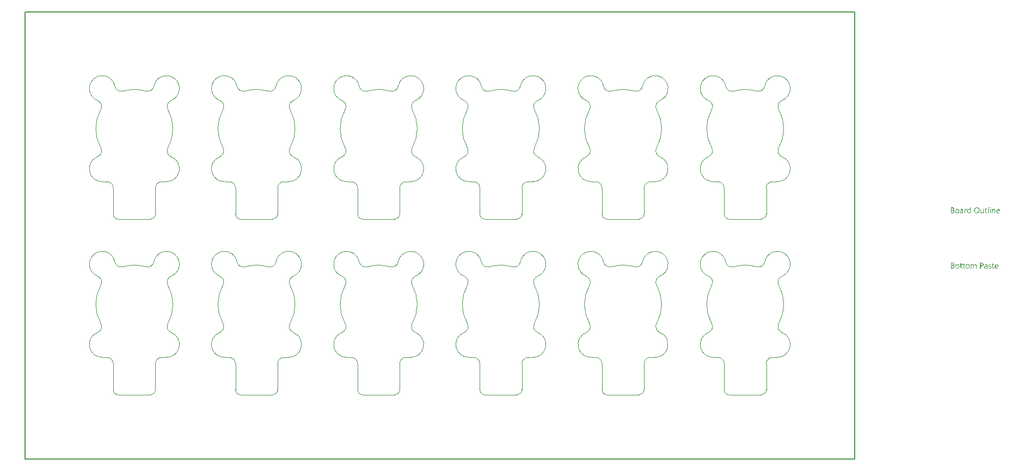
<source format=gbp>
G04*
G04 #@! TF.GenerationSoftware,Altium Limited,Altium Designer,21.3.2 (30)*
G04*
G04 Layer_Color=128*
%FSAX25Y25*%
%MOIN*%
G70*
G04*
G04 #@! TF.SameCoordinates,57FAC1CB-812B-421D-9FDC-EB945B2EFB84*
G04*
G04*
G04 #@! TF.FilePolarity,Positive*
G04*
G01*
G75*
%ADD24C,0.00787*%
%ADD25C,0.00197*%
G36*
X0571414Y0134727D02*
X0571442Y0134721D01*
X0571470Y0134712D01*
X0571501Y0134696D01*
X0571531Y0134678D01*
X0571562Y0134653D01*
X0571565Y0134650D01*
X0571575Y0134641D01*
X0571587Y0134625D01*
X0571602Y0134604D01*
X0571615Y0134576D01*
X0571627Y0134545D01*
X0571636Y0134508D01*
X0571640Y0134468D01*
Y0134462D01*
Y0134449D01*
X0571636Y0134431D01*
X0571630Y0134403D01*
X0571621Y0134375D01*
X0571606Y0134344D01*
X0571587Y0134313D01*
X0571562Y0134282D01*
X0571559Y0134279D01*
X0571550Y0134270D01*
X0571531Y0134258D01*
X0571510Y0134245D01*
X0571482Y0134233D01*
X0571451Y0134221D01*
X0571417Y0134211D01*
X0571377Y0134208D01*
X0571358D01*
X0571340Y0134211D01*
X0571312Y0134218D01*
X0571284Y0134227D01*
X0571253Y0134239D01*
X0571222Y0134255D01*
X0571192Y0134279D01*
X0571188Y0134282D01*
X0571179Y0134292D01*
X0571167Y0134310D01*
X0571154Y0134332D01*
X0571142Y0134357D01*
X0571130Y0134391D01*
X0571121Y0134428D01*
X0571117Y0134468D01*
Y0134474D01*
Y0134486D01*
X0571121Y0134508D01*
X0571127Y0134533D01*
X0571136Y0134564D01*
X0571148Y0134595D01*
X0571167Y0134625D01*
X0571192Y0134653D01*
X0571195Y0134656D01*
X0571204Y0134666D01*
X0571222Y0134678D01*
X0571244Y0134693D01*
X0571272Y0134706D01*
X0571303Y0134718D01*
X0571337Y0134727D01*
X0571377Y0134731D01*
X0571395D01*
X0571414Y0134727D01*
D02*
G37*
G36*
X0559446Y0131063D02*
X0559045D01*
Y0131486D01*
X0559035D01*
X0559032Y0131480D01*
X0559023Y0131464D01*
X0559005Y0131443D01*
X0558983Y0131412D01*
X0558952Y0131375D01*
X0558918Y0131334D01*
X0558875Y0131291D01*
X0558822Y0131245D01*
X0558767Y0131199D01*
X0558702Y0131155D01*
X0558631Y0131115D01*
X0558554Y0131078D01*
X0558470Y0131047D01*
X0558377Y0131026D01*
X0558279Y0131010D01*
X0558173Y0131004D01*
X0558152D01*
X0558127Y0131007D01*
X0558096Y0131010D01*
X0558056Y0131013D01*
X0558010Y0131023D01*
X0557957Y0131032D01*
X0557901Y0131047D01*
X0557843Y0131063D01*
X0557781Y0131087D01*
X0557719Y0131112D01*
X0557654Y0131146D01*
X0557592Y0131183D01*
X0557531Y0131229D01*
X0557472Y0131282D01*
X0557416Y0131341D01*
X0557413Y0131344D01*
X0557404Y0131356D01*
X0557392Y0131375D01*
X0557373Y0131403D01*
X0557351Y0131437D01*
X0557327Y0131477D01*
X0557302Y0131526D01*
X0557277Y0131582D01*
X0557249Y0131644D01*
X0557225Y0131711D01*
X0557200Y0131789D01*
X0557178Y0131869D01*
X0557160Y0131956D01*
X0557148Y0132051D01*
X0557138Y0132150D01*
X0557135Y0132255D01*
Y0132258D01*
Y0132262D01*
Y0132271D01*
Y0132283D01*
X0557138Y0132314D01*
X0557141Y0132357D01*
X0557144Y0132413D01*
X0557151Y0132472D01*
X0557160Y0132540D01*
X0557175Y0132614D01*
X0557191Y0132691D01*
X0557212Y0132774D01*
X0557237Y0132855D01*
X0557268Y0132941D01*
X0557302Y0133022D01*
X0557345Y0133102D01*
X0557392Y0133179D01*
X0557447Y0133253D01*
X0557450Y0133256D01*
X0557463Y0133269D01*
X0557481Y0133287D01*
X0557506Y0133312D01*
X0557537Y0133340D01*
X0557574Y0133374D01*
X0557620Y0133408D01*
X0557670Y0133442D01*
X0557728Y0133476D01*
X0557790Y0133510D01*
X0557858Y0133544D01*
X0557932Y0133572D01*
X0558013Y0133596D01*
X0558099Y0133615D01*
X0558189Y0133627D01*
X0558285Y0133630D01*
X0558306D01*
X0558334Y0133627D01*
X0558368Y0133624D01*
X0558411Y0133618D01*
X0558461Y0133609D01*
X0558513Y0133596D01*
X0558572Y0133581D01*
X0558634Y0133559D01*
X0558696Y0133531D01*
X0558757Y0133498D01*
X0558819Y0133457D01*
X0558878Y0133411D01*
X0558937Y0133359D01*
X0558989Y0133294D01*
X0559035Y0133222D01*
X0559045D01*
Y0134777D01*
X0559446D01*
Y0131063D01*
D02*
G37*
G36*
X0573661Y0133627D02*
X0573688D01*
X0573722Y0133621D01*
X0573763Y0133615D01*
X0573806Y0133609D01*
X0573852Y0133596D01*
X0573902Y0133584D01*
X0573954Y0133565D01*
X0574007Y0133544D01*
X0574059Y0133516D01*
X0574109Y0133485D01*
X0574158Y0133451D01*
X0574204Y0133408D01*
X0574248Y0133362D01*
X0574251Y0133359D01*
X0574257Y0133349D01*
X0574269Y0133334D01*
X0574282Y0133312D01*
X0574297Y0133284D01*
X0574316Y0133250D01*
X0574337Y0133210D01*
X0574359Y0133167D01*
X0574377Y0133114D01*
X0574399Y0133059D01*
X0574417Y0132994D01*
X0574433Y0132926D01*
X0574445Y0132852D01*
X0574458Y0132771D01*
X0574464Y0132688D01*
X0574467Y0132595D01*
Y0131063D01*
X0574065D01*
Y0132493D01*
Y0132496D01*
Y0132503D01*
Y0132512D01*
Y0132527D01*
X0574062Y0132546D01*
Y0132568D01*
X0574056Y0132617D01*
X0574047Y0132679D01*
X0574034Y0132747D01*
X0574016Y0132818D01*
X0573991Y0132892D01*
X0573960Y0132966D01*
X0573923Y0133037D01*
X0573877Y0133105D01*
X0573818Y0133167D01*
X0573753Y0133216D01*
X0573716Y0133238D01*
X0573673Y0133256D01*
X0573630Y0133272D01*
X0573583Y0133281D01*
X0573534Y0133287D01*
X0573481Y0133291D01*
X0573454D01*
X0573432Y0133287D01*
X0573407Y0133284D01*
X0573376Y0133278D01*
X0573342Y0133272D01*
X0573308Y0133263D01*
X0573268Y0133250D01*
X0573228Y0133235D01*
X0573188Y0133216D01*
X0573144Y0133195D01*
X0573104Y0133167D01*
X0573061Y0133136D01*
X0573021Y0133102D01*
X0572984Y0133062D01*
X0572981Y0133059D01*
X0572974Y0133053D01*
X0572965Y0133040D01*
X0572953Y0133022D01*
X0572937Y0133000D01*
X0572922Y0132972D01*
X0572903Y0132941D01*
X0572885Y0132907D01*
X0572866Y0132867D01*
X0572848Y0132824D01*
X0572832Y0132778D01*
X0572817Y0132728D01*
X0572805Y0132673D01*
X0572795Y0132617D01*
X0572789Y0132555D01*
X0572786Y0132493D01*
Y0131063D01*
X0572384D01*
Y0133572D01*
X0572786D01*
Y0133155D01*
X0572795D01*
X0572798Y0133161D01*
X0572808Y0133176D01*
X0572826Y0133198D01*
X0572848Y0133229D01*
X0572879Y0133266D01*
X0572913Y0133306D01*
X0572956Y0133349D01*
X0573005Y0133393D01*
X0573061Y0133436D01*
X0573123Y0133479D01*
X0573191Y0133519D01*
X0573262Y0133556D01*
X0573342Y0133587D01*
X0573429Y0133609D01*
X0573521Y0133624D01*
X0573620Y0133630D01*
X0573639D01*
X0573661Y0133627D01*
D02*
G37*
G36*
X0556684Y0133612D02*
X0556718D01*
X0556755Y0133606D01*
X0556795Y0133599D01*
X0556835Y0133593D01*
X0556869Y0133581D01*
Y0133164D01*
X0556863Y0133167D01*
X0556851Y0133176D01*
X0556826Y0133189D01*
X0556792Y0133204D01*
X0556746Y0133220D01*
X0556696Y0133232D01*
X0556635Y0133241D01*
X0556564Y0133244D01*
X0556539D01*
X0556520Y0133241D01*
X0556499Y0133238D01*
X0556474Y0133232D01*
X0556415Y0133213D01*
X0556381Y0133201D01*
X0556347Y0133186D01*
X0556310Y0133164D01*
X0556273Y0133142D01*
X0556239Y0133114D01*
X0556202Y0133080D01*
X0556168Y0133043D01*
X0556134Y0133000D01*
X0556131Y0132997D01*
X0556128Y0132988D01*
X0556119Y0132975D01*
X0556106Y0132957D01*
X0556094Y0132932D01*
X0556078Y0132901D01*
X0556063Y0132867D01*
X0556047Y0132827D01*
X0556032Y0132784D01*
X0556017Y0132734D01*
X0556001Y0132679D01*
X0555989Y0132620D01*
X0555976Y0132555D01*
X0555967Y0132487D01*
X0555964Y0132416D01*
X0555961Y0132339D01*
Y0131063D01*
X0555559D01*
Y0133572D01*
X0555961D01*
Y0133053D01*
X0555970D01*
Y0133056D01*
X0555973Y0133065D01*
X0555979Y0133077D01*
X0555986Y0133096D01*
X0555995Y0133117D01*
X0556007Y0133145D01*
X0556035Y0133204D01*
X0556072Y0133272D01*
X0556119Y0133340D01*
X0556171Y0133405D01*
X0556233Y0133467D01*
X0556236Y0133470D01*
X0556242Y0133473D01*
X0556251Y0133479D01*
X0556264Y0133491D01*
X0556279Y0133501D01*
X0556301Y0133513D01*
X0556347Y0133541D01*
X0556406Y0133569D01*
X0556474Y0133593D01*
X0556548Y0133609D01*
X0556588Y0133612D01*
X0556628Y0133615D01*
X0556653D01*
X0556684Y0133612D01*
D02*
G37*
G36*
X0567447Y0131063D02*
X0567045D01*
Y0131458D01*
X0567035D01*
X0567032Y0131452D01*
X0567023Y0131440D01*
X0567008Y0131415D01*
X0566989Y0131387D01*
X0566961Y0131353D01*
X0566927Y0131316D01*
X0566890Y0131273D01*
X0566844Y0131233D01*
X0566794Y0131189D01*
X0566736Y0131149D01*
X0566674Y0131109D01*
X0566603Y0131075D01*
X0566526Y0131047D01*
X0566445Y0131023D01*
X0566356Y0131010D01*
X0566260Y0131004D01*
X0566238D01*
X0566223Y0131007D01*
X0566201D01*
X0566177Y0131010D01*
X0566149Y0131016D01*
X0566121Y0131019D01*
X0566053Y0131038D01*
X0565976Y0131060D01*
X0565895Y0131094D01*
X0565855Y0131115D01*
X0565812Y0131137D01*
X0565769Y0131165D01*
X0565729Y0131192D01*
X0565688Y0131226D01*
X0565648Y0131263D01*
X0565608Y0131307D01*
X0565571Y0131350D01*
X0565537Y0131399D01*
X0565503Y0131455D01*
X0565475Y0131514D01*
X0565447Y0131576D01*
X0565422Y0131644D01*
X0565401Y0131718D01*
X0565385Y0131798D01*
X0565373Y0131881D01*
X0565367Y0131974D01*
X0565364Y0132070D01*
Y0133572D01*
X0565762D01*
Y0132135D01*
Y0132132D01*
Y0132126D01*
Y0132116D01*
Y0132101D01*
X0565765Y0132082D01*
Y0132061D01*
X0565772Y0132011D01*
X0565781Y0131949D01*
X0565793Y0131885D01*
X0565815Y0131810D01*
X0565840Y0131739D01*
X0565871Y0131665D01*
X0565911Y0131591D01*
X0565960Y0131526D01*
X0566019Y0131464D01*
X0566090Y0131415D01*
X0566127Y0131393D01*
X0566170Y0131375D01*
X0566217Y0131359D01*
X0566263Y0131350D01*
X0566316Y0131344D01*
X0566371Y0131341D01*
X0566399D01*
X0566421Y0131344D01*
X0566445Y0131347D01*
X0566473Y0131353D01*
X0566507Y0131359D01*
X0566541Y0131369D01*
X0566578Y0131378D01*
X0566618Y0131393D01*
X0566659Y0131412D01*
X0566699Y0131433D01*
X0566739Y0131458D01*
X0566779Y0131486D01*
X0566816Y0131520D01*
X0566853Y0131557D01*
X0566856Y0131560D01*
X0566862Y0131566D01*
X0566872Y0131579D01*
X0566884Y0131597D01*
X0566896Y0131619D01*
X0566915Y0131644D01*
X0566930Y0131675D01*
X0566949Y0131708D01*
X0566968Y0131749D01*
X0566983Y0131792D01*
X0567001Y0131838D01*
X0567014Y0131888D01*
X0567026Y0131943D01*
X0567035Y0131999D01*
X0567042Y0132061D01*
X0567045Y0132126D01*
Y0133572D01*
X0567447D01*
Y0131063D01*
D02*
G37*
G36*
X0571572D02*
X0571170D01*
Y0133572D01*
X0571572D01*
Y0131063D01*
D02*
G37*
G36*
X0570357D02*
X0569956D01*
Y0134777D01*
X0570357D01*
Y0131063D01*
D02*
G37*
G36*
X0553956Y0133627D02*
X0553977D01*
X0553999Y0133624D01*
X0554027Y0133621D01*
X0554058Y0133615D01*
X0554122Y0133603D01*
X0554200Y0133581D01*
X0554277Y0133553D01*
X0554360Y0133513D01*
X0554444Y0133464D01*
X0554484Y0133436D01*
X0554524Y0133402D01*
X0554561Y0133365D01*
X0554598Y0133328D01*
X0554632Y0133284D01*
X0554663Y0133235D01*
X0554694Y0133186D01*
X0554722Y0133130D01*
X0554743Y0133068D01*
X0554765Y0133003D01*
X0554781Y0132935D01*
X0554793Y0132858D01*
X0554799Y0132781D01*
X0554802Y0132694D01*
Y0131063D01*
X0554400D01*
Y0131452D01*
X0554391D01*
X0554388Y0131446D01*
X0554379Y0131433D01*
X0554363Y0131412D01*
X0554342Y0131381D01*
X0554314Y0131347D01*
X0554280Y0131310D01*
X0554243Y0131270D01*
X0554197Y0131229D01*
X0554144Y0131186D01*
X0554088Y0131146D01*
X0554024Y0131109D01*
X0553956Y0131075D01*
X0553878Y0131044D01*
X0553798Y0131023D01*
X0553711Y0131010D01*
X0553619Y0131004D01*
X0553582D01*
X0553557Y0131007D01*
X0553526Y0131010D01*
X0553489Y0131013D01*
X0553449Y0131019D01*
X0553406Y0131029D01*
X0553310Y0131053D01*
X0553263Y0131069D01*
X0553214Y0131087D01*
X0553164Y0131109D01*
X0553118Y0131137D01*
X0553075Y0131168D01*
X0553032Y0131202D01*
X0553029Y0131205D01*
X0553022Y0131211D01*
X0553013Y0131223D01*
X0552998Y0131239D01*
X0552982Y0131257D01*
X0552967Y0131282D01*
X0552945Y0131310D01*
X0552927Y0131341D01*
X0552908Y0131378D01*
X0552889Y0131418D01*
X0552871Y0131461D01*
X0552855Y0131508D01*
X0552840Y0131557D01*
X0552831Y0131610D01*
X0552825Y0131668D01*
X0552821Y0131727D01*
Y0131730D01*
Y0131736D01*
Y0131746D01*
X0552825Y0131758D01*
Y0131773D01*
X0552828Y0131792D01*
X0552834Y0131838D01*
X0552846Y0131894D01*
X0552865Y0131956D01*
X0552889Y0132024D01*
X0552927Y0132095D01*
X0552970Y0132166D01*
X0553022Y0132237D01*
X0553056Y0132271D01*
X0553090Y0132305D01*
X0553130Y0132339D01*
X0553171Y0132370D01*
X0553217Y0132401D01*
X0553266Y0132428D01*
X0553319Y0132453D01*
X0553378Y0132478D01*
X0553440Y0132500D01*
X0553504Y0132518D01*
X0553576Y0132534D01*
X0553650Y0132546D01*
X0554400Y0132651D01*
Y0132654D01*
Y0132657D01*
Y0132666D01*
Y0132679D01*
X0554397Y0132710D01*
X0554391Y0132750D01*
X0554385Y0132799D01*
X0554373Y0132855D01*
X0554357Y0132910D01*
X0554336Y0132972D01*
X0554308Y0133031D01*
X0554274Y0133090D01*
X0554234Y0133142D01*
X0554184Y0133192D01*
X0554122Y0133232D01*
X0554054Y0133263D01*
X0554017Y0133275D01*
X0553974Y0133284D01*
X0553931Y0133287D01*
X0553885Y0133291D01*
X0553863D01*
X0553841Y0133287D01*
X0553807Y0133284D01*
X0553767Y0133281D01*
X0553721Y0133275D01*
X0553668Y0133266D01*
X0553613Y0133253D01*
X0553551Y0133235D01*
X0553486Y0133216D01*
X0553418Y0133192D01*
X0553347Y0133161D01*
X0553276Y0133124D01*
X0553205Y0133083D01*
X0553134Y0133037D01*
X0553066Y0132982D01*
Y0133393D01*
X0553069Y0133396D01*
X0553081Y0133402D01*
X0553103Y0133414D01*
X0553130Y0133430D01*
X0553168Y0133448D01*
X0553208Y0133467D01*
X0553257Y0133488D01*
X0553313Y0133513D01*
X0553372Y0133535D01*
X0553436Y0133556D01*
X0553508Y0133575D01*
X0553582Y0133593D01*
X0553662Y0133609D01*
X0553742Y0133621D01*
X0553829Y0133627D01*
X0553919Y0133630D01*
X0553940D01*
X0553956Y0133627D01*
D02*
G37*
G36*
X0548319Y0134573D02*
X0548356Y0134570D01*
X0548400Y0134564D01*
X0548449Y0134557D01*
X0548505Y0134548D01*
X0548560Y0134536D01*
X0548619Y0134520D01*
X0548681Y0134502D01*
X0548740Y0134480D01*
X0548801Y0134455D01*
X0548857Y0134424D01*
X0548913Y0134391D01*
X0548965Y0134350D01*
X0548968Y0134347D01*
X0548978Y0134341D01*
X0548990Y0134329D01*
X0549005Y0134310D01*
X0549027Y0134289D01*
X0549049Y0134261D01*
X0549073Y0134230D01*
X0549098Y0134196D01*
X0549123Y0134156D01*
X0549148Y0134113D01*
X0549169Y0134063D01*
X0549191Y0134014D01*
X0549206Y0133958D01*
X0549219Y0133899D01*
X0549228Y0133837D01*
X0549231Y0133773D01*
Y0133770D01*
Y0133760D01*
Y0133745D01*
X0549228Y0133723D01*
X0549225Y0133695D01*
X0549222Y0133668D01*
X0549219Y0133633D01*
X0549212Y0133596D01*
X0549191Y0133513D01*
X0549163Y0133426D01*
X0549144Y0133380D01*
X0549123Y0133337D01*
X0549098Y0133294D01*
X0549070Y0133250D01*
X0549067Y0133247D01*
X0549064Y0133241D01*
X0549055Y0133229D01*
X0549039Y0133213D01*
X0549024Y0133198D01*
X0549005Y0133176D01*
X0548981Y0133155D01*
X0548956Y0133130D01*
X0548925Y0133105D01*
X0548891Y0133077D01*
X0548854Y0133053D01*
X0548814Y0133025D01*
X0548771Y0133000D01*
X0548727Y0132978D01*
X0548625Y0132938D01*
Y0132929D01*
X0548628D01*
X0548641Y0132926D01*
X0548659Y0132923D01*
X0548684Y0132920D01*
X0548715Y0132913D01*
X0548749Y0132904D01*
X0548789Y0132892D01*
X0548829Y0132879D01*
X0548919Y0132846D01*
X0548968Y0132824D01*
X0549015Y0132796D01*
X0549061Y0132768D01*
X0549107Y0132737D01*
X0549154Y0132700D01*
X0549194Y0132660D01*
X0549197Y0132657D01*
X0549203Y0132651D01*
X0549212Y0132639D01*
X0549228Y0132620D01*
X0549243Y0132595D01*
X0549262Y0132571D01*
X0549280Y0132537D01*
X0549302Y0132503D01*
X0549321Y0132462D01*
X0549339Y0132416D01*
X0549358Y0132370D01*
X0549373Y0132317D01*
X0549389Y0132258D01*
X0549398Y0132200D01*
X0549404Y0132138D01*
X0549407Y0132070D01*
Y0132064D01*
Y0132051D01*
X0549404Y0132027D01*
X0549401Y0131996D01*
X0549398Y0131956D01*
X0549389Y0131912D01*
X0549379Y0131863D01*
X0549367Y0131810D01*
X0549348Y0131752D01*
X0549327Y0131693D01*
X0549302Y0131634D01*
X0549271Y0131572D01*
X0549234Y0131511D01*
X0549191Y0131452D01*
X0549141Y0131396D01*
X0549083Y0131341D01*
X0549080Y0131338D01*
X0549067Y0131328D01*
X0549049Y0131316D01*
X0549024Y0131298D01*
X0548993Y0131276D01*
X0548953Y0131254D01*
X0548910Y0131226D01*
X0548860Y0131202D01*
X0548801Y0131177D01*
X0548740Y0131152D01*
X0548675Y0131128D01*
X0548601Y0131106D01*
X0548523Y0131087D01*
X0548443Y0131075D01*
X0548356Y0131066D01*
X0548267Y0131063D01*
X0547244D01*
Y0134576D01*
X0548285D01*
X0548319Y0134573D01*
D02*
G37*
G36*
X0568788Y0133572D02*
X0569421D01*
Y0133226D01*
X0568788D01*
Y0131814D01*
Y0131810D01*
Y0131801D01*
Y0131789D01*
Y0131773D01*
X0568791Y0131752D01*
X0568794Y0131727D01*
X0568800Y0131675D01*
X0568809Y0131613D01*
X0568825Y0131554D01*
X0568846Y0131498D01*
X0568859Y0131474D01*
X0568874Y0131452D01*
X0568877Y0131449D01*
X0568890Y0131437D01*
X0568911Y0131418D01*
X0568942Y0131399D01*
X0568982Y0131378D01*
X0569032Y0131362D01*
X0569090Y0131350D01*
X0569158Y0131344D01*
X0569183D01*
X0569211Y0131347D01*
X0569248Y0131353D01*
X0569288Y0131366D01*
X0569335Y0131378D01*
X0569378Y0131399D01*
X0569421Y0131427D01*
Y0131084D01*
X0569418D01*
X0569415Y0131081D01*
X0569406Y0131078D01*
X0569396Y0131072D01*
X0569362Y0131060D01*
X0569322Y0131047D01*
X0569267Y0131035D01*
X0569202Y0131023D01*
X0569128Y0131013D01*
X0569044Y0131010D01*
X0569016D01*
X0568982Y0131016D01*
X0568942Y0131023D01*
X0568893Y0131032D01*
X0568837Y0131050D01*
X0568775Y0131072D01*
X0568716Y0131103D01*
X0568655Y0131140D01*
X0568593Y0131189D01*
X0568537Y0131248D01*
X0568513Y0131282D01*
X0568488Y0131319D01*
X0568466Y0131359D01*
X0568448Y0131403D01*
X0568429Y0131449D01*
X0568414Y0131501D01*
X0568401Y0131554D01*
X0568392Y0131613D01*
X0568389Y0131675D01*
X0568386Y0131742D01*
Y0133226D01*
X0567956D01*
Y0133572D01*
X0568386D01*
Y0134184D01*
X0568788Y0134313D01*
Y0133572D01*
D02*
G37*
G36*
X0576256Y0133627D02*
X0576290Y0133624D01*
X0576333Y0133621D01*
X0576380Y0133615D01*
X0576432Y0133603D01*
X0576488Y0133590D01*
X0576550Y0133575D01*
X0576611Y0133553D01*
X0576673Y0133525D01*
X0576738Y0133494D01*
X0576800Y0133457D01*
X0576859Y0133414D01*
X0576917Y0133365D01*
X0576970Y0133309D01*
X0576973Y0133306D01*
X0576982Y0133294D01*
X0576995Y0133275D01*
X0577013Y0133250D01*
X0577032Y0133220D01*
X0577056Y0133179D01*
X0577081Y0133133D01*
X0577106Y0133080D01*
X0577131Y0133019D01*
X0577155Y0132954D01*
X0577180Y0132879D01*
X0577199Y0132802D01*
X0577217Y0132716D01*
X0577229Y0132626D01*
X0577239Y0132527D01*
X0577242Y0132425D01*
Y0132215D01*
X0575468D01*
Y0132209D01*
Y0132197D01*
X0575471Y0132175D01*
X0575474Y0132147D01*
X0575477Y0132110D01*
X0575484Y0132070D01*
X0575490Y0132027D01*
X0575502Y0131977D01*
X0575530Y0131872D01*
X0575549Y0131820D01*
X0575570Y0131764D01*
X0575595Y0131711D01*
X0575623Y0131659D01*
X0575657Y0131613D01*
X0575694Y0131566D01*
X0575697Y0131563D01*
X0575703Y0131557D01*
X0575715Y0131545D01*
X0575734Y0131532D01*
X0575756Y0131514D01*
X0575783Y0131495D01*
X0575814Y0131474D01*
X0575848Y0131455D01*
X0575888Y0131433D01*
X0575935Y0131412D01*
X0575981Y0131393D01*
X0576037Y0131375D01*
X0576092Y0131362D01*
X0576154Y0131350D01*
X0576219Y0131344D01*
X0576287Y0131341D01*
X0576305D01*
X0576327Y0131344D01*
X0576358D01*
X0576395Y0131350D01*
X0576438Y0131356D01*
X0576488Y0131366D01*
X0576544Y0131375D01*
X0576602Y0131390D01*
X0576664Y0131409D01*
X0576729Y0131430D01*
X0576794Y0131458D01*
X0576862Y0131489D01*
X0576930Y0131526D01*
X0576998Y0131569D01*
X0577066Y0131619D01*
Y0131242D01*
X0577063Y0131239D01*
X0577050Y0131233D01*
X0577032Y0131220D01*
X0577007Y0131205D01*
X0576973Y0131186D01*
X0576933Y0131168D01*
X0576886Y0131146D01*
X0576834Y0131124D01*
X0576772Y0131100D01*
X0576707Y0131078D01*
X0576636Y0131060D01*
X0576559Y0131041D01*
X0576475Y0131026D01*
X0576386Y0131013D01*
X0576290Y0131007D01*
X0576191Y0131004D01*
X0576166D01*
X0576142Y0131007D01*
X0576105Y0131010D01*
X0576058Y0131013D01*
X0576006Y0131023D01*
X0575950Y0131032D01*
X0575888Y0131047D01*
X0575823Y0131066D01*
X0575756Y0131087D01*
X0575684Y0131115D01*
X0575617Y0131146D01*
X0575545Y0131186D01*
X0575481Y0131233D01*
X0575416Y0131285D01*
X0575357Y0131344D01*
X0575354Y0131347D01*
X0575345Y0131359D01*
X0575329Y0131381D01*
X0575311Y0131409D01*
X0575286Y0131443D01*
X0575261Y0131486D01*
X0575233Y0131535D01*
X0575206Y0131594D01*
X0575178Y0131656D01*
X0575150Y0131730D01*
X0575125Y0131807D01*
X0575100Y0131894D01*
X0575082Y0131986D01*
X0575066Y0132085D01*
X0575057Y0132194D01*
X0575054Y0132305D01*
Y0132308D01*
Y0132311D01*
Y0132320D01*
Y0132329D01*
X0575057Y0132360D01*
X0575060Y0132404D01*
X0575063Y0132453D01*
X0575073Y0132509D01*
X0575082Y0132574D01*
X0575094Y0132645D01*
X0575113Y0132719D01*
X0575134Y0132796D01*
X0575162Y0132877D01*
X0575193Y0132957D01*
X0575230Y0133034D01*
X0575277Y0133114D01*
X0575326Y0133189D01*
X0575385Y0133260D01*
X0575388Y0133263D01*
X0575400Y0133275D01*
X0575419Y0133294D01*
X0575443Y0133318D01*
X0575477Y0133346D01*
X0575518Y0133377D01*
X0575561Y0133411D01*
X0575613Y0133445D01*
X0575669Y0133479D01*
X0575734Y0133513D01*
X0575802Y0133544D01*
X0575873Y0133572D01*
X0575950Y0133596D01*
X0576034Y0133615D01*
X0576120Y0133627D01*
X0576210Y0133630D01*
X0576231D01*
X0576256Y0133627D01*
D02*
G37*
G36*
X0563213Y0134632D02*
X0563235D01*
X0563257Y0134628D01*
X0563284D01*
X0563346Y0134619D01*
X0563417Y0134610D01*
X0563497Y0134595D01*
X0563584Y0134573D01*
X0563674Y0134548D01*
X0563769Y0134514D01*
X0563865Y0134474D01*
X0563964Y0134428D01*
X0564063Y0134372D01*
X0564156Y0134307D01*
X0564248Y0134230D01*
X0564335Y0134143D01*
X0564341Y0134137D01*
X0564353Y0134122D01*
X0564375Y0134094D01*
X0564406Y0134054D01*
X0564437Y0134004D01*
X0564477Y0133946D01*
X0564517Y0133878D01*
X0564557Y0133800D01*
X0564598Y0133711D01*
X0564638Y0133615D01*
X0564678Y0133510D01*
X0564712Y0133396D01*
X0564740Y0133272D01*
X0564761Y0133142D01*
X0564774Y0133006D01*
X0564780Y0132861D01*
Y0132858D01*
Y0132852D01*
Y0132839D01*
Y0132824D01*
X0564777Y0132802D01*
Y0132778D01*
X0564774Y0132750D01*
Y0132719D01*
X0564771Y0132685D01*
X0564768Y0132648D01*
X0564755Y0132564D01*
X0564743Y0132469D01*
X0564724Y0132370D01*
X0564700Y0132262D01*
X0564669Y0132150D01*
X0564632Y0132039D01*
X0564588Y0131925D01*
X0564536Y0131814D01*
X0564474Y0131702D01*
X0564403Y0131600D01*
X0564323Y0131501D01*
X0564316Y0131495D01*
X0564301Y0131480D01*
X0564276Y0131455D01*
X0564239Y0131424D01*
X0564193Y0131387D01*
X0564137Y0131344D01*
X0564075Y0131301D01*
X0564001Y0131254D01*
X0563918Y0131208D01*
X0563825Y0131161D01*
X0563726Y0131118D01*
X0563618Y0131081D01*
X0563501Y0131050D01*
X0563377Y0131026D01*
X0563244Y0131010D01*
X0563105Y0131004D01*
X0563071D01*
X0563056Y0131007D01*
X0563034D01*
X0563009Y0131010D01*
X0562982Y0131013D01*
X0562917Y0131019D01*
X0562846Y0131029D01*
X0562762Y0131044D01*
X0562676Y0131066D01*
X0562580Y0131090D01*
X0562484Y0131124D01*
X0562385Y0131165D01*
X0562283Y0131211D01*
X0562184Y0131267D01*
X0562088Y0131334D01*
X0561993Y0131409D01*
X0561906Y0131495D01*
X0561900Y0131501D01*
X0561888Y0131517D01*
X0561866Y0131545D01*
X0561835Y0131585D01*
X0561801Y0131634D01*
X0561764Y0131693D01*
X0561724Y0131761D01*
X0561684Y0131841D01*
X0561640Y0131928D01*
X0561600Y0132024D01*
X0561563Y0132129D01*
X0561529Y0132243D01*
X0561498Y0132367D01*
X0561477Y0132496D01*
X0561464Y0132632D01*
X0561458Y0132778D01*
Y0132781D01*
Y0132787D01*
Y0132799D01*
Y0132815D01*
X0561461Y0132836D01*
Y0132858D01*
X0561464Y0132886D01*
Y0132917D01*
X0561467Y0132951D01*
X0561474Y0132991D01*
X0561483Y0133071D01*
X0561495Y0133164D01*
X0561517Y0133263D01*
X0561538Y0133371D01*
X0561569Y0133479D01*
X0561606Y0133590D01*
X0561650Y0133705D01*
X0561702Y0133816D01*
X0561764Y0133924D01*
X0561835Y0134029D01*
X0561915Y0134128D01*
X0561922Y0134134D01*
X0561937Y0134150D01*
X0561962Y0134174D01*
X0561999Y0134208D01*
X0562045Y0134245D01*
X0562104Y0134289D01*
X0562169Y0134335D01*
X0562243Y0134381D01*
X0562329Y0134428D01*
X0562422Y0134474D01*
X0562524Y0134517D01*
X0562635Y0134554D01*
X0562756Y0134588D01*
X0562883Y0134613D01*
X0563019Y0134628D01*
X0563164Y0134635D01*
X0563195D01*
X0563213Y0134632D01*
D02*
G37*
G36*
X0551227Y0133627D02*
X0551267Y0133624D01*
X0551314Y0133621D01*
X0551369Y0133612D01*
X0551428Y0133603D01*
X0551493Y0133587D01*
X0551564Y0133569D01*
X0551635Y0133547D01*
X0551706Y0133519D01*
X0551780Y0133485D01*
X0551851Y0133445D01*
X0551922Y0133399D01*
X0551987Y0133346D01*
X0552049Y0133284D01*
X0552052Y0133281D01*
X0552061Y0133269D01*
X0552077Y0133247D01*
X0552099Y0133220D01*
X0552123Y0133186D01*
X0552148Y0133142D01*
X0552179Y0133093D01*
X0552207Y0133034D01*
X0552238Y0132969D01*
X0552265Y0132898D01*
X0552290Y0132821D01*
X0552315Y0132734D01*
X0552336Y0132642D01*
X0552352Y0132543D01*
X0552361Y0132438D01*
X0552364Y0132326D01*
Y0132323D01*
Y0132320D01*
Y0132311D01*
Y0132299D01*
X0552361Y0132268D01*
X0552358Y0132228D01*
X0552355Y0132175D01*
X0552346Y0132116D01*
X0552336Y0132051D01*
X0552321Y0131980D01*
X0552302Y0131906D01*
X0552281Y0131826D01*
X0552253Y0131746D01*
X0552222Y0131665D01*
X0552182Y0131585D01*
X0552136Y0131508D01*
X0552083Y0131433D01*
X0552024Y0131362D01*
X0552021Y0131359D01*
X0552009Y0131347D01*
X0551990Y0131328D01*
X0551963Y0131307D01*
X0551929Y0131279D01*
X0551888Y0131248D01*
X0551839Y0131217D01*
X0551783Y0131183D01*
X0551721Y0131149D01*
X0551653Y0131118D01*
X0551579Y0131087D01*
X0551499Y0131060D01*
X0551409Y0131038D01*
X0551317Y0131019D01*
X0551221Y0131007D01*
X0551116Y0131004D01*
X0551091D01*
X0551063Y0131007D01*
X0551023Y0131010D01*
X0550977Y0131013D01*
X0550921Y0131023D01*
X0550863Y0131032D01*
X0550798Y0131047D01*
X0550727Y0131066D01*
X0550655Y0131090D01*
X0550581Y0131118D01*
X0550507Y0131152D01*
X0550433Y0131192D01*
X0550359Y0131239D01*
X0550291Y0131291D01*
X0550226Y0131353D01*
X0550223Y0131356D01*
X0550211Y0131369D01*
X0550195Y0131390D01*
X0550173Y0131418D01*
X0550149Y0131452D01*
X0550121Y0131495D01*
X0550093Y0131545D01*
X0550062Y0131603D01*
X0550031Y0131665D01*
X0550000Y0131736D01*
X0549972Y0131814D01*
X0549948Y0131897D01*
X0549926Y0131983D01*
X0549911Y0132079D01*
X0549898Y0132181D01*
X0549895Y0132286D01*
Y0132289D01*
Y0132292D01*
Y0132302D01*
Y0132314D01*
X0549898Y0132348D01*
X0549901Y0132391D01*
X0549905Y0132444D01*
X0549914Y0132506D01*
X0549923Y0132574D01*
X0549939Y0132648D01*
X0549957Y0132725D01*
X0549979Y0132805D01*
X0550006Y0132889D01*
X0550040Y0132972D01*
X0550081Y0133053D01*
X0550124Y0133130D01*
X0550176Y0133204D01*
X0550238Y0133275D01*
X0550241Y0133278D01*
X0550254Y0133291D01*
X0550275Y0133309D01*
X0550303Y0133331D01*
X0550337Y0133359D01*
X0550380Y0133386D01*
X0550430Y0133420D01*
X0550486Y0133454D01*
X0550547Y0133485D01*
X0550618Y0133519D01*
X0550696Y0133547D01*
X0550779Y0133575D01*
X0550869Y0133596D01*
X0550964Y0133615D01*
X0551066Y0133627D01*
X0551175Y0133630D01*
X0551199D01*
X0551227Y0133627D01*
D02*
G37*
G36*
X0571278Y0099769D02*
X0571306D01*
X0571340Y0099766D01*
X0571377Y0099763D01*
X0571417Y0099757D01*
X0571510Y0099744D01*
X0571606Y0099723D01*
X0571708Y0099695D01*
X0571806Y0099658D01*
Y0099250D01*
X0571803Y0099253D01*
X0571794Y0099259D01*
X0571779Y0099265D01*
X0571757Y0099278D01*
X0571732Y0099293D01*
X0571701Y0099309D01*
X0571664Y0099324D01*
X0571624Y0099343D01*
X0571578Y0099358D01*
X0571531Y0099374D01*
X0571479Y0099389D01*
X0571423Y0099404D01*
X0571361Y0099417D01*
X0571300Y0099423D01*
X0571238Y0099429D01*
X0571170Y0099432D01*
X0571130D01*
X0571102Y0099429D01*
X0571071Y0099426D01*
X0571037Y0099420D01*
X0570966Y0099404D01*
X0570963D01*
X0570951Y0099401D01*
X0570935Y0099395D01*
X0570914Y0099386D01*
X0570864Y0099364D01*
X0570812Y0099333D01*
X0570808Y0099330D01*
X0570802Y0099324D01*
X0570790Y0099315D01*
X0570774Y0099303D01*
X0570740Y0099269D01*
X0570710Y0099222D01*
Y0099219D01*
X0570703Y0099210D01*
X0570700Y0099197D01*
X0570694Y0099179D01*
X0570688Y0099160D01*
X0570682Y0099136D01*
X0570679Y0099108D01*
X0570676Y0099080D01*
Y0099077D01*
Y0099064D01*
X0570679Y0099046D01*
Y0099021D01*
X0570685Y0098997D01*
X0570691Y0098969D01*
X0570697Y0098941D01*
X0570710Y0098913D01*
X0570713Y0098910D01*
X0570716Y0098901D01*
X0570725Y0098888D01*
X0570737Y0098873D01*
X0570753Y0098857D01*
X0570768Y0098836D01*
X0570815Y0098796D01*
X0570818Y0098793D01*
X0570827Y0098786D01*
X0570842Y0098777D01*
X0570861Y0098765D01*
X0570886Y0098752D01*
X0570914Y0098737D01*
X0570948Y0098719D01*
X0570982Y0098703D01*
X0570985Y0098700D01*
X0571000Y0098697D01*
X0571019Y0098688D01*
X0571046Y0098678D01*
X0571080Y0098663D01*
X0571117Y0098647D01*
X0571158Y0098632D01*
X0571204Y0098613D01*
X0571207D01*
X0571210Y0098610D01*
X0571219Y0098607D01*
X0571232Y0098604D01*
X0571263Y0098592D01*
X0571303Y0098573D01*
X0571349Y0098555D01*
X0571402Y0098533D01*
X0571454Y0098508D01*
X0571504Y0098484D01*
X0571507D01*
X0571510Y0098480D01*
X0571525Y0098471D01*
X0571550Y0098459D01*
X0571581Y0098440D01*
X0571618Y0098416D01*
X0571655Y0098391D01*
X0571692Y0098360D01*
X0571729Y0098329D01*
X0571732Y0098326D01*
X0571745Y0098314D01*
X0571760Y0098298D01*
X0571782Y0098273D01*
X0571803Y0098246D01*
X0571828Y0098212D01*
X0571850Y0098175D01*
X0571871Y0098134D01*
X0571875Y0098128D01*
X0571881Y0098116D01*
X0571887Y0098091D01*
X0571896Y0098060D01*
X0571905Y0098023D01*
X0571915Y0097980D01*
X0571918Y0097931D01*
X0571921Y0097875D01*
Y0097872D01*
Y0097866D01*
Y0097856D01*
Y0097844D01*
X0571918Y0097810D01*
X0571911Y0097764D01*
X0571899Y0097714D01*
X0571887Y0097659D01*
X0571865Y0097603D01*
X0571837Y0097550D01*
X0571834Y0097544D01*
X0571822Y0097529D01*
X0571803Y0097504D01*
X0571779Y0097470D01*
X0571748Y0097436D01*
X0571711Y0097396D01*
X0571667Y0097359D01*
X0571618Y0097322D01*
X0571612Y0097319D01*
X0571593Y0097306D01*
X0571565Y0097291D01*
X0571528Y0097272D01*
X0571482Y0097251D01*
X0571426Y0097229D01*
X0571368Y0097207D01*
X0571303Y0097189D01*
X0571300D01*
X0571293Y0097186D01*
X0571284D01*
X0571272Y0097183D01*
X0571256Y0097180D01*
X0571238Y0097176D01*
X0571192Y0097167D01*
X0571133Y0097158D01*
X0571071Y0097152D01*
X0571003Y0097149D01*
X0570929Y0097146D01*
X0570892D01*
X0570864Y0097149D01*
X0570830D01*
X0570793Y0097155D01*
X0570747Y0097158D01*
X0570700Y0097164D01*
X0570648Y0097174D01*
X0570595Y0097183D01*
X0570484Y0097207D01*
X0570370Y0097245D01*
X0570314Y0097269D01*
X0570258Y0097294D01*
Y0097724D01*
X0570261Y0097720D01*
X0570274Y0097714D01*
X0570292Y0097702D01*
X0570317Y0097686D01*
X0570348Y0097668D01*
X0570382Y0097646D01*
X0570425Y0097625D01*
X0570472Y0097603D01*
X0570524Y0097581D01*
X0570580Y0097560D01*
X0570639Y0097538D01*
X0570700Y0097519D01*
X0570768Y0097504D01*
X0570836Y0097492D01*
X0570907Y0097486D01*
X0570982Y0097483D01*
X0571003D01*
X0571031Y0097486D01*
X0571065Y0097489D01*
X0571105Y0097495D01*
X0571148Y0097501D01*
X0571198Y0097513D01*
X0571247Y0097526D01*
X0571293Y0097544D01*
X0571343Y0097569D01*
X0571386Y0097597D01*
X0571426Y0097631D01*
X0571460Y0097671D01*
X0571488Y0097717D01*
X0571504Y0097773D01*
X0571510Y0097804D01*
Y0097835D01*
Y0097838D01*
Y0097853D01*
X0571507Y0097872D01*
X0571504Y0097893D01*
X0571497Y0097921D01*
X0571491Y0097949D01*
X0571479Y0097977D01*
X0571463Y0098005D01*
X0571460Y0098008D01*
X0571454Y0098017D01*
X0571445Y0098029D01*
X0571433Y0098048D01*
X0571414Y0098067D01*
X0571395Y0098088D01*
X0571371Y0098107D01*
X0571343Y0098128D01*
X0571340Y0098131D01*
X0571331Y0098137D01*
X0571312Y0098147D01*
X0571290Y0098162D01*
X0571266Y0098178D01*
X0571235Y0098193D01*
X0571198Y0098209D01*
X0571161Y0098224D01*
X0571154Y0098227D01*
X0571142Y0098230D01*
X0571121Y0098239D01*
X0571093Y0098252D01*
X0571062Y0098267D01*
X0571022Y0098283D01*
X0570982Y0098298D01*
X0570938Y0098317D01*
X0570935D01*
X0570932Y0098320D01*
X0570923Y0098323D01*
X0570910Y0098329D01*
X0570880Y0098342D01*
X0570839Y0098357D01*
X0570793Y0098379D01*
X0570744Y0098400D01*
X0570694Y0098425D01*
X0570645Y0098450D01*
X0570639Y0098453D01*
X0570623Y0098462D01*
X0570601Y0098474D01*
X0570571Y0098493D01*
X0570537Y0098518D01*
X0570503Y0098542D01*
X0570465Y0098570D01*
X0570431Y0098601D01*
X0570428Y0098604D01*
X0570419Y0098616D01*
X0570404Y0098632D01*
X0570385Y0098657D01*
X0570364Y0098685D01*
X0570342Y0098719D01*
X0570323Y0098752D01*
X0570305Y0098793D01*
X0570302Y0098799D01*
X0570299Y0098811D01*
X0570292Y0098836D01*
X0570286Y0098864D01*
X0570277Y0098901D01*
X0570271Y0098944D01*
X0570268Y0098993D01*
X0570265Y0099046D01*
Y0099049D01*
Y0099055D01*
Y0099064D01*
Y0099077D01*
X0570268Y0099108D01*
X0570274Y0099151D01*
X0570283Y0099200D01*
X0570299Y0099253D01*
X0570317Y0099306D01*
X0570345Y0099358D01*
Y0099361D01*
X0570348Y0099364D01*
X0570360Y0099380D01*
X0570379Y0099404D01*
X0570400Y0099438D01*
X0570431Y0099472D01*
X0570469Y0099510D01*
X0570512Y0099550D01*
X0570558Y0099584D01*
X0570561D01*
X0570564Y0099587D01*
X0570583Y0099599D01*
X0570611Y0099615D01*
X0570648Y0099636D01*
X0570694Y0099658D01*
X0570747Y0099682D01*
X0570805Y0099704D01*
X0570867Y0099723D01*
X0570870D01*
X0570876Y0099726D01*
X0570886Y0099729D01*
X0570898Y0099732D01*
X0570914Y0099735D01*
X0570932Y0099738D01*
X0570975Y0099747D01*
X0571031Y0099757D01*
X0571090Y0099766D01*
X0571154Y0099769D01*
X0571222Y0099772D01*
X0571253D01*
X0571278Y0099769D01*
D02*
G37*
G36*
X0562119D02*
X0562138D01*
X0562159Y0099766D01*
X0562212Y0099757D01*
X0562274Y0099741D01*
X0562345Y0099720D01*
X0562419Y0099686D01*
X0562496Y0099646D01*
X0562536Y0099618D01*
X0562574Y0099590D01*
X0562611Y0099559D01*
X0562648Y0099522D01*
X0562685Y0099482D01*
X0562719Y0099438D01*
X0562750Y0099392D01*
X0562781Y0099339D01*
X0562808Y0099284D01*
X0562833Y0099222D01*
X0562855Y0099157D01*
X0562876Y0099086D01*
X0562889Y0099012D01*
X0562901Y0098929D01*
X0562907Y0098842D01*
X0562910Y0098749D01*
Y0097204D01*
X0562509D01*
Y0098644D01*
Y0098650D01*
Y0098663D01*
Y0098685D01*
X0562506Y0098712D01*
Y0098746D01*
X0562502Y0098786D01*
X0562499Y0098830D01*
X0562493Y0098876D01*
X0562478Y0098975D01*
X0562453Y0099074D01*
X0562441Y0099123D01*
X0562422Y0099167D01*
X0562400Y0099210D01*
X0562379Y0099247D01*
Y0099250D01*
X0562373Y0099256D01*
X0562366Y0099265D01*
X0562354Y0099275D01*
X0562342Y0099290D01*
X0562323Y0099306D01*
X0562302Y0099321D01*
X0562277Y0099339D01*
X0562249Y0099358D01*
X0562218Y0099374D01*
X0562181Y0099389D01*
X0562144Y0099404D01*
X0562101Y0099414D01*
X0562051Y0099423D01*
X0562002Y0099429D01*
X0561946Y0099432D01*
X0561922D01*
X0561903Y0099429D01*
X0561881Y0099426D01*
X0561857Y0099420D01*
X0561795Y0099404D01*
X0561761Y0099392D01*
X0561727Y0099374D01*
X0561690Y0099355D01*
X0561656Y0099333D01*
X0561619Y0099306D01*
X0561582Y0099275D01*
X0561545Y0099238D01*
X0561511Y0099197D01*
X0561508Y0099194D01*
X0561504Y0099188D01*
X0561495Y0099173D01*
X0561483Y0099157D01*
X0561470Y0099133D01*
X0561455Y0099105D01*
X0561436Y0099074D01*
X0561421Y0099040D01*
X0561406Y0099000D01*
X0561387Y0098956D01*
X0561372Y0098910D01*
X0561359Y0098861D01*
X0561347Y0098808D01*
X0561341Y0098752D01*
X0561335Y0098697D01*
X0561331Y0098635D01*
Y0097204D01*
X0560930D01*
Y0098694D01*
Y0098697D01*
Y0098703D01*
Y0098712D01*
Y0098725D01*
X0560927Y0098743D01*
Y0098762D01*
X0560920Y0098808D01*
X0560911Y0098864D01*
X0560899Y0098929D01*
X0560883Y0098993D01*
X0560859Y0099064D01*
X0560828Y0099133D01*
X0560791Y0099197D01*
X0560744Y0099262D01*
X0560689Y0099318D01*
X0560624Y0099364D01*
X0560587Y0099383D01*
X0560546Y0099401D01*
X0560503Y0099414D01*
X0560460Y0099423D01*
X0560411Y0099429D01*
X0560358Y0099432D01*
X0560333D01*
X0560315Y0099429D01*
X0560290Y0099426D01*
X0560265Y0099420D01*
X0560204Y0099404D01*
X0560170Y0099392D01*
X0560136Y0099377D01*
X0560099Y0099361D01*
X0560061Y0099339D01*
X0560024Y0099312D01*
X0559987Y0099284D01*
X0559953Y0099250D01*
X0559919Y0099210D01*
X0559916Y0099207D01*
X0559913Y0099200D01*
X0559904Y0099188D01*
X0559891Y0099170D01*
X0559879Y0099148D01*
X0559867Y0099123D01*
X0559851Y0099092D01*
X0559836Y0099055D01*
X0559817Y0099015D01*
X0559802Y0098972D01*
X0559790Y0098926D01*
X0559777Y0098876D01*
X0559765Y0098820D01*
X0559756Y0098762D01*
X0559752Y0098700D01*
X0559749Y0098635D01*
Y0097204D01*
X0559348D01*
Y0099713D01*
X0559749D01*
Y0099315D01*
X0559759D01*
X0559762Y0099321D01*
X0559771Y0099333D01*
X0559786Y0099358D01*
X0559808Y0099386D01*
X0559836Y0099420D01*
X0559870Y0099460D01*
X0559910Y0099500D01*
X0559956Y0099543D01*
X0560009Y0099587D01*
X0560068Y0099627D01*
X0560133Y0099667D01*
X0560201Y0099701D01*
X0560278Y0099729D01*
X0560361Y0099754D01*
X0560448Y0099766D01*
X0560540Y0099772D01*
X0560565D01*
X0560584Y0099769D01*
X0560605D01*
X0560633Y0099766D01*
X0560661Y0099760D01*
X0560692Y0099754D01*
X0560763Y0099738D01*
X0560837Y0099710D01*
X0560911Y0099676D01*
X0560948Y0099652D01*
X0560985Y0099627D01*
X0560988Y0099624D01*
X0560995Y0099621D01*
X0561004Y0099612D01*
X0561016Y0099602D01*
X0561050Y0099568D01*
X0561090Y0099528D01*
X0561134Y0099472D01*
X0561177Y0099408D01*
X0561217Y0099333D01*
X0561248Y0099250D01*
X0561251Y0099256D01*
X0561260Y0099272D01*
X0561279Y0099299D01*
X0561301Y0099330D01*
X0561331Y0099370D01*
X0561365Y0099417D01*
X0561409Y0099463D01*
X0561458Y0099513D01*
X0561514Y0099559D01*
X0561576Y0099608D01*
X0561644Y0099652D01*
X0561718Y0099692D01*
X0561801Y0099723D01*
X0561888Y0099751D01*
X0561983Y0099766D01*
X0562082Y0099772D01*
X0562104D01*
X0562119Y0099769D01*
D02*
G37*
G36*
X0568806D02*
X0568828D01*
X0568849Y0099766D01*
X0568877Y0099763D01*
X0568908Y0099757D01*
X0568973Y0099744D01*
X0569050Y0099723D01*
X0569128Y0099695D01*
X0569211Y0099655D01*
X0569294Y0099605D01*
X0569335Y0099577D01*
X0569375Y0099543D01*
X0569412Y0099506D01*
X0569449Y0099469D01*
X0569483Y0099426D01*
X0569514Y0099377D01*
X0569545Y0099327D01*
X0569572Y0099272D01*
X0569594Y0099210D01*
X0569616Y0099145D01*
X0569631Y0099077D01*
X0569643Y0099000D01*
X0569650Y0098922D01*
X0569653Y0098836D01*
Y0097204D01*
X0569251D01*
Y0097594D01*
X0569242D01*
X0569239Y0097588D01*
X0569229Y0097575D01*
X0569214Y0097553D01*
X0569192Y0097523D01*
X0569165Y0097489D01*
X0569131Y0097452D01*
X0569094Y0097411D01*
X0569047Y0097371D01*
X0568995Y0097328D01*
X0568939Y0097288D01*
X0568874Y0097251D01*
X0568806Y0097217D01*
X0568729Y0097186D01*
X0568648Y0097164D01*
X0568562Y0097152D01*
X0568469Y0097146D01*
X0568432D01*
X0568407Y0097149D01*
X0568377Y0097152D01*
X0568339Y0097155D01*
X0568299Y0097161D01*
X0568256Y0097170D01*
X0568160Y0097195D01*
X0568114Y0097211D01*
X0568064Y0097229D01*
X0568015Y0097251D01*
X0567969Y0097278D01*
X0567926Y0097309D01*
X0567882Y0097343D01*
X0567879Y0097347D01*
X0567873Y0097353D01*
X0567864Y0097365D01*
X0567848Y0097381D01*
X0567833Y0097399D01*
X0567817Y0097424D01*
X0567796Y0097452D01*
X0567777Y0097483D01*
X0567759Y0097519D01*
X0567740Y0097560D01*
X0567722Y0097603D01*
X0567706Y0097649D01*
X0567691Y0097699D01*
X0567681Y0097751D01*
X0567675Y0097810D01*
X0567672Y0097869D01*
Y0097872D01*
Y0097878D01*
Y0097887D01*
X0567675Y0097900D01*
Y0097915D01*
X0567678Y0097934D01*
X0567684Y0097980D01*
X0567697Y0098036D01*
X0567715Y0098097D01*
X0567740Y0098165D01*
X0567777Y0098236D01*
X0567820Y0098308D01*
X0567873Y0098379D01*
X0567907Y0098413D01*
X0567941Y0098447D01*
X0567981Y0098480D01*
X0568021Y0098511D01*
X0568068Y0098542D01*
X0568117Y0098570D01*
X0568170Y0098595D01*
X0568228Y0098620D01*
X0568290Y0098641D01*
X0568355Y0098660D01*
X0568426Y0098675D01*
X0568500Y0098688D01*
X0569251Y0098793D01*
Y0098796D01*
Y0098799D01*
Y0098808D01*
Y0098820D01*
X0569248Y0098851D01*
X0569242Y0098892D01*
X0569236Y0098941D01*
X0569223Y0098997D01*
X0569208Y0099052D01*
X0569186Y0099114D01*
X0569158Y0099173D01*
X0569124Y0099231D01*
X0569084Y0099284D01*
X0569035Y0099333D01*
X0568973Y0099374D01*
X0568905Y0099404D01*
X0568868Y0099417D01*
X0568825Y0099426D01*
X0568781Y0099429D01*
X0568735Y0099432D01*
X0568713D01*
X0568692Y0099429D01*
X0568658Y0099426D01*
X0568618Y0099423D01*
X0568571Y0099417D01*
X0568519Y0099408D01*
X0568463Y0099395D01*
X0568401Y0099377D01*
X0568336Y0099358D01*
X0568268Y0099333D01*
X0568197Y0099303D01*
X0568126Y0099265D01*
X0568055Y0099225D01*
X0567984Y0099179D01*
X0567916Y0099123D01*
Y0099534D01*
X0567919Y0099537D01*
X0567932Y0099543D01*
X0567953Y0099556D01*
X0567981Y0099571D01*
X0568018Y0099590D01*
X0568058Y0099608D01*
X0568108Y0099630D01*
X0568163Y0099655D01*
X0568222Y0099676D01*
X0568287Y0099698D01*
X0568358Y0099717D01*
X0568432Y0099735D01*
X0568513Y0099751D01*
X0568593Y0099763D01*
X0568679Y0099769D01*
X0568769Y0099772D01*
X0568791D01*
X0568806Y0099769D01*
D02*
G37*
G36*
X0566118Y0100715D02*
X0566158D01*
X0566204Y0100708D01*
X0566260Y0100702D01*
X0566319Y0100696D01*
X0566387Y0100684D01*
X0566455Y0100668D01*
X0566526Y0100650D01*
X0566597Y0100628D01*
X0566671Y0100600D01*
X0566742Y0100569D01*
X0566810Y0100532D01*
X0566875Y0100492D01*
X0566937Y0100443D01*
X0566940Y0100440D01*
X0566949Y0100430D01*
X0566964Y0100415D01*
X0566986Y0100393D01*
X0567008Y0100362D01*
X0567035Y0100328D01*
X0567063Y0100288D01*
X0567094Y0100242D01*
X0567122Y0100189D01*
X0567150Y0100134D01*
X0567178Y0100069D01*
X0567199Y0100001D01*
X0567221Y0099924D01*
X0567236Y0099843D01*
X0567246Y0099760D01*
X0567249Y0099667D01*
Y0099661D01*
Y0099646D01*
X0567246Y0099618D01*
X0567243Y0099584D01*
X0567240Y0099540D01*
X0567230Y0099491D01*
X0567221Y0099438D01*
X0567205Y0099377D01*
X0567187Y0099315D01*
X0567165Y0099247D01*
X0567137Y0099179D01*
X0567103Y0099111D01*
X0567063Y0099043D01*
X0567017Y0098975D01*
X0566964Y0098910D01*
X0566903Y0098848D01*
X0566900Y0098845D01*
X0566887Y0098836D01*
X0566869Y0098820D01*
X0566841Y0098799D01*
X0566807Y0098774D01*
X0566764Y0098746D01*
X0566714Y0098719D01*
X0566659Y0098691D01*
X0566597Y0098660D01*
X0566526Y0098632D01*
X0566448Y0098604D01*
X0566368Y0098579D01*
X0566279Y0098561D01*
X0566183Y0098542D01*
X0566084Y0098533D01*
X0565976Y0098530D01*
X0565512D01*
Y0097204D01*
X0565101D01*
Y0100718D01*
X0566090D01*
X0566118Y0100715D01*
D02*
G37*
G36*
X0548319D02*
X0548356Y0100712D01*
X0548400Y0100705D01*
X0548449Y0100699D01*
X0548505Y0100690D01*
X0548560Y0100678D01*
X0548619Y0100662D01*
X0548681Y0100644D01*
X0548740Y0100622D01*
X0548801Y0100597D01*
X0548857Y0100566D01*
X0548913Y0100532D01*
X0548965Y0100492D01*
X0548968Y0100489D01*
X0548978Y0100483D01*
X0548990Y0100470D01*
X0549005Y0100452D01*
X0549027Y0100430D01*
X0549049Y0100402D01*
X0549073Y0100372D01*
X0549098Y0100338D01*
X0549123Y0100297D01*
X0549148Y0100254D01*
X0549169Y0100205D01*
X0549191Y0100155D01*
X0549206Y0100100D01*
X0549219Y0100041D01*
X0549228Y0099979D01*
X0549231Y0099914D01*
Y0099911D01*
Y0099902D01*
Y0099887D01*
X0549228Y0099865D01*
X0549225Y0099837D01*
X0549222Y0099809D01*
X0549219Y0099775D01*
X0549212Y0099738D01*
X0549191Y0099655D01*
X0549163Y0099568D01*
X0549144Y0099522D01*
X0549123Y0099479D01*
X0549098Y0099435D01*
X0549070Y0099392D01*
X0549067Y0099389D01*
X0549064Y0099383D01*
X0549055Y0099370D01*
X0549039Y0099355D01*
X0549024Y0099339D01*
X0549005Y0099318D01*
X0548981Y0099296D01*
X0548956Y0099272D01*
X0548925Y0099247D01*
X0548891Y0099219D01*
X0548854Y0099194D01*
X0548814Y0099167D01*
X0548771Y0099142D01*
X0548727Y0099120D01*
X0548625Y0099080D01*
Y0099071D01*
X0548628D01*
X0548641Y0099068D01*
X0548659Y0099064D01*
X0548684Y0099062D01*
X0548715Y0099055D01*
X0548749Y0099046D01*
X0548789Y0099034D01*
X0548829Y0099021D01*
X0548919Y0098987D01*
X0548968Y0098966D01*
X0549015Y0098938D01*
X0549061Y0098910D01*
X0549107Y0098879D01*
X0549154Y0098842D01*
X0549194Y0098802D01*
X0549197Y0098799D01*
X0549203Y0098793D01*
X0549212Y0098780D01*
X0549228Y0098762D01*
X0549243Y0098737D01*
X0549262Y0098712D01*
X0549280Y0098678D01*
X0549302Y0098644D01*
X0549321Y0098604D01*
X0549339Y0098558D01*
X0549358Y0098511D01*
X0549373Y0098459D01*
X0549389Y0098400D01*
X0549398Y0098342D01*
X0549404Y0098280D01*
X0549407Y0098212D01*
Y0098206D01*
Y0098193D01*
X0549404Y0098168D01*
X0549401Y0098137D01*
X0549398Y0098097D01*
X0549389Y0098054D01*
X0549379Y0098005D01*
X0549367Y0097952D01*
X0549348Y0097893D01*
X0549327Y0097835D01*
X0549302Y0097776D01*
X0549271Y0097714D01*
X0549234Y0097652D01*
X0549191Y0097594D01*
X0549141Y0097538D01*
X0549083Y0097483D01*
X0549080Y0097479D01*
X0549067Y0097470D01*
X0549049Y0097458D01*
X0549024Y0097439D01*
X0548993Y0097418D01*
X0548953Y0097396D01*
X0548910Y0097368D01*
X0548860Y0097343D01*
X0548801Y0097319D01*
X0548740Y0097294D01*
X0548675Y0097269D01*
X0548601Y0097248D01*
X0548523Y0097229D01*
X0548443Y0097217D01*
X0548356Y0097207D01*
X0548267Y0097204D01*
X0547244D01*
Y0100718D01*
X0548285D01*
X0548319Y0100715D01*
D02*
G37*
G36*
X0573070Y0099713D02*
X0573704D01*
Y0099367D01*
X0573070D01*
Y0097955D01*
Y0097952D01*
Y0097943D01*
Y0097931D01*
Y0097915D01*
X0573073Y0097893D01*
X0573076Y0097869D01*
X0573083Y0097816D01*
X0573092Y0097754D01*
X0573107Y0097696D01*
X0573129Y0097640D01*
X0573141Y0097615D01*
X0573157Y0097594D01*
X0573160Y0097591D01*
X0573172Y0097578D01*
X0573194Y0097560D01*
X0573225Y0097541D01*
X0573265Y0097519D01*
X0573314Y0097504D01*
X0573373Y0097492D01*
X0573441Y0097486D01*
X0573466D01*
X0573494Y0097489D01*
X0573531Y0097495D01*
X0573571Y0097507D01*
X0573617Y0097519D01*
X0573661Y0097541D01*
X0573704Y0097569D01*
Y0097226D01*
X0573701D01*
X0573698Y0097223D01*
X0573688Y0097220D01*
X0573679Y0097214D01*
X0573645Y0097201D01*
X0573605Y0097189D01*
X0573549Y0097176D01*
X0573484Y0097164D01*
X0573410Y0097155D01*
X0573327Y0097152D01*
X0573299D01*
X0573265Y0097158D01*
X0573225Y0097164D01*
X0573175Y0097174D01*
X0573120Y0097192D01*
X0573058Y0097214D01*
X0572999Y0097245D01*
X0572937Y0097282D01*
X0572876Y0097331D01*
X0572820Y0097390D01*
X0572795Y0097424D01*
X0572771Y0097461D01*
X0572749Y0097501D01*
X0572730Y0097544D01*
X0572712Y0097591D01*
X0572696Y0097643D01*
X0572684Y0097696D01*
X0572675Y0097754D01*
X0572672Y0097816D01*
X0572669Y0097884D01*
Y0099367D01*
X0572239D01*
Y0099713D01*
X0572669D01*
Y0100325D01*
X0573070Y0100455D01*
Y0099713D01*
D02*
G37*
G36*
X0555238D02*
X0555871D01*
Y0099367D01*
X0555238D01*
Y0097955D01*
Y0097952D01*
Y0097943D01*
Y0097931D01*
Y0097915D01*
X0555241Y0097893D01*
X0555244Y0097869D01*
X0555250Y0097816D01*
X0555260Y0097754D01*
X0555275Y0097696D01*
X0555297Y0097640D01*
X0555309Y0097615D01*
X0555324Y0097594D01*
X0555328Y0097591D01*
X0555340Y0097578D01*
X0555362Y0097560D01*
X0555392Y0097541D01*
X0555433Y0097519D01*
X0555482Y0097504D01*
X0555541Y0097492D01*
X0555609Y0097486D01*
X0555633D01*
X0555661Y0097489D01*
X0555698Y0097495D01*
X0555738Y0097507D01*
X0555785Y0097519D01*
X0555828Y0097541D01*
X0555871Y0097569D01*
Y0097226D01*
X0555868D01*
X0555865Y0097223D01*
X0555856Y0097220D01*
X0555847Y0097214D01*
X0555813Y0097201D01*
X0555772Y0097189D01*
X0555717Y0097176D01*
X0555652Y0097164D01*
X0555578Y0097155D01*
X0555494Y0097152D01*
X0555467D01*
X0555433Y0097158D01*
X0555392Y0097164D01*
X0555343Y0097174D01*
X0555287Y0097192D01*
X0555226Y0097214D01*
X0555167Y0097245D01*
X0555105Y0097282D01*
X0555043Y0097331D01*
X0554988Y0097390D01*
X0554963Y0097424D01*
X0554938Y0097461D01*
X0554917Y0097501D01*
X0554898Y0097544D01*
X0554880Y0097591D01*
X0554864Y0097643D01*
X0554852Y0097696D01*
X0554842Y0097754D01*
X0554839Y0097816D01*
X0554836Y0097884D01*
Y0099367D01*
X0554407D01*
Y0099713D01*
X0554836D01*
Y0100325D01*
X0555238Y0100455D01*
Y0099713D01*
D02*
G37*
G36*
X0553538D02*
X0554172D01*
Y0099367D01*
X0553538D01*
Y0097955D01*
Y0097952D01*
Y0097943D01*
Y0097931D01*
Y0097915D01*
X0553542Y0097893D01*
X0553545Y0097869D01*
X0553551Y0097816D01*
X0553560Y0097754D01*
X0553576Y0097696D01*
X0553597Y0097640D01*
X0553610Y0097615D01*
X0553625Y0097594D01*
X0553628Y0097591D01*
X0553640Y0097578D01*
X0553662Y0097560D01*
X0553693Y0097541D01*
X0553733Y0097519D01*
X0553783Y0097504D01*
X0553841Y0097492D01*
X0553909Y0097486D01*
X0553934D01*
X0553962Y0097489D01*
X0553999Y0097495D01*
X0554039Y0097507D01*
X0554085Y0097519D01*
X0554129Y0097541D01*
X0554172Y0097569D01*
Y0097226D01*
X0554169D01*
X0554166Y0097223D01*
X0554156Y0097220D01*
X0554147Y0097214D01*
X0554113Y0097201D01*
X0554073Y0097189D01*
X0554017Y0097176D01*
X0553953Y0097164D01*
X0553878Y0097155D01*
X0553795Y0097152D01*
X0553767D01*
X0553733Y0097158D01*
X0553693Y0097164D01*
X0553644Y0097174D01*
X0553588Y0097192D01*
X0553526Y0097214D01*
X0553467Y0097245D01*
X0553406Y0097282D01*
X0553344Y0097331D01*
X0553288Y0097390D01*
X0553263Y0097424D01*
X0553239Y0097461D01*
X0553217Y0097501D01*
X0553198Y0097544D01*
X0553180Y0097591D01*
X0553164Y0097643D01*
X0553152Y0097696D01*
X0553143Y0097754D01*
X0553140Y0097816D01*
X0553137Y0097884D01*
Y0099367D01*
X0552707D01*
Y0099713D01*
X0553137D01*
Y0100325D01*
X0553538Y0100455D01*
Y0099713D01*
D02*
G37*
G36*
X0575270Y0099769D02*
X0575304Y0099766D01*
X0575348Y0099763D01*
X0575394Y0099757D01*
X0575447Y0099744D01*
X0575502Y0099732D01*
X0575564Y0099717D01*
X0575626Y0099695D01*
X0575688Y0099667D01*
X0575752Y0099636D01*
X0575814Y0099599D01*
X0575873Y0099556D01*
X0575932Y0099506D01*
X0575984Y0099451D01*
X0575987Y0099448D01*
X0575996Y0099435D01*
X0576009Y0099417D01*
X0576027Y0099392D01*
X0576046Y0099361D01*
X0576071Y0099321D01*
X0576095Y0099275D01*
X0576120Y0099222D01*
X0576145Y0099160D01*
X0576170Y0099095D01*
X0576194Y0099021D01*
X0576213Y0098944D01*
X0576231Y0098857D01*
X0576244Y0098768D01*
X0576253Y0098669D01*
X0576256Y0098567D01*
Y0098357D01*
X0574482D01*
Y0098351D01*
Y0098338D01*
X0574485Y0098317D01*
X0574489Y0098289D01*
X0574492Y0098252D01*
X0574498Y0098212D01*
X0574504Y0098168D01*
X0574516Y0098119D01*
X0574544Y0098014D01*
X0574563Y0097961D01*
X0574584Y0097906D01*
X0574609Y0097853D01*
X0574637Y0097801D01*
X0574671Y0097754D01*
X0574708Y0097708D01*
X0574711Y0097705D01*
X0574717Y0097699D01*
X0574730Y0097686D01*
X0574748Y0097674D01*
X0574770Y0097655D01*
X0574798Y0097637D01*
X0574828Y0097615D01*
X0574862Y0097597D01*
X0574903Y0097575D01*
X0574949Y0097553D01*
X0574995Y0097535D01*
X0575051Y0097516D01*
X0575107Y0097504D01*
X0575168Y0097492D01*
X0575233Y0097486D01*
X0575301Y0097483D01*
X0575320D01*
X0575341Y0097486D01*
X0575372D01*
X0575409Y0097492D01*
X0575453Y0097498D01*
X0575502Y0097507D01*
X0575558Y0097516D01*
X0575617Y0097532D01*
X0575678Y0097550D01*
X0575743Y0097572D01*
X0575808Y0097600D01*
X0575876Y0097631D01*
X0575944Y0097668D01*
X0576012Y0097711D01*
X0576080Y0097761D01*
Y0097384D01*
X0576077Y0097381D01*
X0576064Y0097374D01*
X0576046Y0097362D01*
X0576021Y0097347D01*
X0575987Y0097328D01*
X0575947Y0097309D01*
X0575901Y0097288D01*
X0575848Y0097266D01*
X0575786Y0097241D01*
X0575722Y0097220D01*
X0575651Y0097201D01*
X0575573Y0097183D01*
X0575490Y0097167D01*
X0575400Y0097155D01*
X0575304Y0097149D01*
X0575206Y0097146D01*
X0575181D01*
X0575156Y0097149D01*
X0575119Y0097152D01*
X0575073Y0097155D01*
X0575020Y0097164D01*
X0574965Y0097174D01*
X0574903Y0097189D01*
X0574838Y0097207D01*
X0574770Y0097229D01*
X0574699Y0097257D01*
X0574631Y0097288D01*
X0574560Y0097328D01*
X0574495Y0097374D01*
X0574430Y0097427D01*
X0574371Y0097486D01*
X0574368Y0097489D01*
X0574359Y0097501D01*
X0574343Y0097523D01*
X0574325Y0097550D01*
X0574300Y0097584D01*
X0574275Y0097628D01*
X0574248Y0097677D01*
X0574220Y0097736D01*
X0574192Y0097798D01*
X0574164Y0097872D01*
X0574139Y0097949D01*
X0574115Y0098036D01*
X0574096Y0098128D01*
X0574081Y0098227D01*
X0574072Y0098335D01*
X0574068Y0098447D01*
Y0098450D01*
Y0098453D01*
Y0098462D01*
Y0098471D01*
X0574072Y0098502D01*
X0574075Y0098545D01*
X0574078Y0098595D01*
X0574087Y0098650D01*
X0574096Y0098715D01*
X0574109Y0098786D01*
X0574127Y0098861D01*
X0574149Y0098938D01*
X0574177Y0099018D01*
X0574207Y0099098D01*
X0574244Y0099176D01*
X0574291Y0099256D01*
X0574340Y0099330D01*
X0574399Y0099401D01*
X0574402Y0099404D01*
X0574414Y0099417D01*
X0574433Y0099435D01*
X0574458Y0099460D01*
X0574492Y0099488D01*
X0574532Y0099519D01*
X0574575Y0099553D01*
X0574628Y0099587D01*
X0574683Y0099621D01*
X0574748Y0099655D01*
X0574816Y0099686D01*
X0574887Y0099713D01*
X0574965Y0099738D01*
X0575048Y0099757D01*
X0575134Y0099769D01*
X0575224Y0099772D01*
X0575246D01*
X0575270Y0099769D01*
D02*
G37*
G36*
X0557568D02*
X0557608Y0099766D01*
X0557654Y0099763D01*
X0557710Y0099754D01*
X0557769Y0099744D01*
X0557833Y0099729D01*
X0557905Y0099710D01*
X0557976Y0099689D01*
X0558047Y0099661D01*
X0558121Y0099627D01*
X0558192Y0099587D01*
X0558263Y0099540D01*
X0558328Y0099488D01*
X0558390Y0099426D01*
X0558393Y0099423D01*
X0558402Y0099411D01*
X0558418Y0099389D01*
X0558439Y0099361D01*
X0558464Y0099327D01*
X0558489Y0099284D01*
X0558520Y0099234D01*
X0558547Y0099176D01*
X0558578Y0099111D01*
X0558606Y0099040D01*
X0558631Y0098963D01*
X0558656Y0098876D01*
X0558677Y0098783D01*
X0558693Y0098685D01*
X0558702Y0098579D01*
X0558705Y0098468D01*
Y0098465D01*
Y0098462D01*
Y0098453D01*
Y0098440D01*
X0558702Y0098409D01*
X0558699Y0098369D01*
X0558696Y0098317D01*
X0558686Y0098258D01*
X0558677Y0098193D01*
X0558662Y0098122D01*
X0558643Y0098048D01*
X0558622Y0097968D01*
X0558594Y0097887D01*
X0558563Y0097807D01*
X0558523Y0097727D01*
X0558476Y0097649D01*
X0558424Y0097575D01*
X0558365Y0097504D01*
X0558362Y0097501D01*
X0558350Y0097489D01*
X0558331Y0097470D01*
X0558303Y0097448D01*
X0558269Y0097421D01*
X0558229Y0097390D01*
X0558180Y0097359D01*
X0558124Y0097325D01*
X0558062Y0097291D01*
X0557994Y0097260D01*
X0557920Y0097229D01*
X0557840Y0097201D01*
X0557750Y0097180D01*
X0557657Y0097161D01*
X0557562Y0097149D01*
X0557456Y0097146D01*
X0557432D01*
X0557404Y0097149D01*
X0557364Y0097152D01*
X0557317Y0097155D01*
X0557262Y0097164D01*
X0557203Y0097174D01*
X0557138Y0097189D01*
X0557067Y0097207D01*
X0556996Y0097232D01*
X0556922Y0097260D01*
X0556848Y0097294D01*
X0556774Y0097334D01*
X0556700Y0097381D01*
X0556632Y0097433D01*
X0556567Y0097495D01*
X0556564Y0097498D01*
X0556551Y0097510D01*
X0556536Y0097532D01*
X0556514Y0097560D01*
X0556489Y0097594D01*
X0556461Y0097637D01*
X0556434Y0097686D01*
X0556403Y0097745D01*
X0556372Y0097807D01*
X0556341Y0097878D01*
X0556313Y0097955D01*
X0556288Y0098039D01*
X0556267Y0098125D01*
X0556251Y0098221D01*
X0556239Y0098323D01*
X0556236Y0098428D01*
Y0098431D01*
Y0098434D01*
Y0098443D01*
Y0098456D01*
X0556239Y0098490D01*
X0556242Y0098533D01*
X0556245Y0098586D01*
X0556254Y0098647D01*
X0556264Y0098715D01*
X0556279Y0098790D01*
X0556298Y0098867D01*
X0556319Y0098947D01*
X0556347Y0099031D01*
X0556381Y0099114D01*
X0556421Y0099194D01*
X0556465Y0099272D01*
X0556517Y0099346D01*
X0556579Y0099417D01*
X0556582Y0099420D01*
X0556594Y0099432D01*
X0556616Y0099451D01*
X0556644Y0099472D01*
X0556678Y0099500D01*
X0556721Y0099528D01*
X0556771Y0099562D01*
X0556826Y0099596D01*
X0556888Y0099627D01*
X0556959Y0099661D01*
X0557036Y0099689D01*
X0557120Y0099717D01*
X0557209Y0099738D01*
X0557305Y0099757D01*
X0557407Y0099769D01*
X0557515Y0099772D01*
X0557540D01*
X0557568Y0099769D01*
D02*
G37*
G36*
X0551227D02*
X0551267Y0099766D01*
X0551314Y0099763D01*
X0551369Y0099754D01*
X0551428Y0099744D01*
X0551493Y0099729D01*
X0551564Y0099710D01*
X0551635Y0099689D01*
X0551706Y0099661D01*
X0551780Y0099627D01*
X0551851Y0099587D01*
X0551922Y0099540D01*
X0551987Y0099488D01*
X0552049Y0099426D01*
X0552052Y0099423D01*
X0552061Y0099411D01*
X0552077Y0099389D01*
X0552099Y0099361D01*
X0552123Y0099327D01*
X0552148Y0099284D01*
X0552179Y0099234D01*
X0552207Y0099176D01*
X0552238Y0099111D01*
X0552265Y0099040D01*
X0552290Y0098963D01*
X0552315Y0098876D01*
X0552336Y0098783D01*
X0552352Y0098685D01*
X0552361Y0098579D01*
X0552364Y0098468D01*
Y0098465D01*
Y0098462D01*
Y0098453D01*
Y0098440D01*
X0552361Y0098409D01*
X0552358Y0098369D01*
X0552355Y0098317D01*
X0552346Y0098258D01*
X0552336Y0098193D01*
X0552321Y0098122D01*
X0552302Y0098048D01*
X0552281Y0097968D01*
X0552253Y0097887D01*
X0552222Y0097807D01*
X0552182Y0097727D01*
X0552136Y0097649D01*
X0552083Y0097575D01*
X0552024Y0097504D01*
X0552021Y0097501D01*
X0552009Y0097489D01*
X0551990Y0097470D01*
X0551963Y0097448D01*
X0551929Y0097421D01*
X0551888Y0097390D01*
X0551839Y0097359D01*
X0551783Y0097325D01*
X0551721Y0097291D01*
X0551653Y0097260D01*
X0551579Y0097229D01*
X0551499Y0097201D01*
X0551409Y0097180D01*
X0551317Y0097161D01*
X0551221Y0097149D01*
X0551116Y0097146D01*
X0551091D01*
X0551063Y0097149D01*
X0551023Y0097152D01*
X0550977Y0097155D01*
X0550921Y0097164D01*
X0550863Y0097174D01*
X0550798Y0097189D01*
X0550727Y0097207D01*
X0550655Y0097232D01*
X0550581Y0097260D01*
X0550507Y0097294D01*
X0550433Y0097334D01*
X0550359Y0097381D01*
X0550291Y0097433D01*
X0550226Y0097495D01*
X0550223Y0097498D01*
X0550211Y0097510D01*
X0550195Y0097532D01*
X0550173Y0097560D01*
X0550149Y0097594D01*
X0550121Y0097637D01*
X0550093Y0097686D01*
X0550062Y0097745D01*
X0550031Y0097807D01*
X0550000Y0097878D01*
X0549972Y0097955D01*
X0549948Y0098039D01*
X0549926Y0098125D01*
X0549911Y0098221D01*
X0549898Y0098323D01*
X0549895Y0098428D01*
Y0098431D01*
Y0098434D01*
Y0098443D01*
Y0098456D01*
X0549898Y0098490D01*
X0549901Y0098533D01*
X0549905Y0098586D01*
X0549914Y0098647D01*
X0549923Y0098715D01*
X0549939Y0098790D01*
X0549957Y0098867D01*
X0549979Y0098947D01*
X0550006Y0099031D01*
X0550040Y0099114D01*
X0550081Y0099194D01*
X0550124Y0099272D01*
X0550176Y0099346D01*
X0550238Y0099417D01*
X0550241Y0099420D01*
X0550254Y0099432D01*
X0550275Y0099451D01*
X0550303Y0099472D01*
X0550337Y0099500D01*
X0550380Y0099528D01*
X0550430Y0099562D01*
X0550486Y0099596D01*
X0550547Y0099627D01*
X0550618Y0099661D01*
X0550696Y0099689D01*
X0550779Y0099717D01*
X0550869Y0099738D01*
X0550964Y0099757D01*
X0551066Y0099769D01*
X0551175Y0099772D01*
X0551199D01*
X0551227Y0099769D01*
D02*
G37*
%LPC*%
G36*
X0558334Y0133291D02*
X0558319D01*
X0558300Y0133287D01*
X0558272D01*
X0558241Y0133281D01*
X0558207Y0133275D01*
X0558167Y0133269D01*
X0558124Y0133256D01*
X0558078Y0133244D01*
X0558031Y0133226D01*
X0557985Y0133204D01*
X0557935Y0133176D01*
X0557889Y0133145D01*
X0557843Y0133111D01*
X0557796Y0133068D01*
X0557756Y0133022D01*
X0557753Y0133019D01*
X0557747Y0133009D01*
X0557738Y0132994D01*
X0557722Y0132972D01*
X0557707Y0132944D01*
X0557691Y0132910D01*
X0557670Y0132873D01*
X0557651Y0132827D01*
X0557633Y0132778D01*
X0557614Y0132722D01*
X0557596Y0132660D01*
X0557580Y0132595D01*
X0557565Y0132521D01*
X0557555Y0132447D01*
X0557549Y0132363D01*
X0557546Y0132277D01*
Y0132271D01*
Y0132258D01*
Y0132234D01*
X0557549Y0132206D01*
X0557552Y0132169D01*
X0557555Y0132126D01*
X0557562Y0132079D01*
X0557571Y0132027D01*
X0557596Y0131919D01*
X0557611Y0131860D01*
X0557630Y0131804D01*
X0557654Y0131749D01*
X0557682Y0131693D01*
X0557713Y0131641D01*
X0557747Y0131591D01*
X0557750Y0131588D01*
X0557756Y0131582D01*
X0557769Y0131569D01*
X0557784Y0131551D01*
X0557806Y0131532D01*
X0557830Y0131511D01*
X0557858Y0131489D01*
X0557892Y0131467D01*
X0557929Y0131443D01*
X0557970Y0131421D01*
X0558013Y0131399D01*
X0558062Y0131381D01*
X0558115Y0131366D01*
X0558170Y0131353D01*
X0558229Y0131344D01*
X0558291Y0131341D01*
X0558306D01*
X0558325Y0131344D01*
X0558347D01*
X0558374Y0131347D01*
X0558408Y0131353D01*
X0558445Y0131362D01*
X0558486Y0131372D01*
X0558529Y0131384D01*
X0558572Y0131399D01*
X0558618Y0131418D01*
X0558662Y0131443D01*
X0558708Y0131471D01*
X0558751Y0131501D01*
X0558794Y0131538D01*
X0558835Y0131582D01*
X0558838Y0131585D01*
X0558844Y0131594D01*
X0558853Y0131606D01*
X0558869Y0131625D01*
X0558884Y0131650D01*
X0558903Y0131677D01*
X0558921Y0131711D01*
X0558940Y0131752D01*
X0558958Y0131792D01*
X0558980Y0131838D01*
X0558995Y0131891D01*
X0559011Y0131943D01*
X0559026Y0132002D01*
X0559035Y0132064D01*
X0559042Y0132129D01*
X0559045Y0132197D01*
Y0132564D01*
Y0132568D01*
Y0132577D01*
Y0132595D01*
X0559042Y0132617D01*
X0559039Y0132642D01*
X0559035Y0132673D01*
X0559029Y0132706D01*
X0559020Y0132744D01*
X0558995Y0132824D01*
X0558980Y0132867D01*
X0558961Y0132910D01*
X0558937Y0132954D01*
X0558909Y0132997D01*
X0558878Y0133040D01*
X0558844Y0133080D01*
X0558841Y0133083D01*
X0558835Y0133090D01*
X0558822Y0133099D01*
X0558807Y0133114D01*
X0558788Y0133130D01*
X0558764Y0133148D01*
X0558736Y0133167D01*
X0558705Y0133186D01*
X0558671Y0133204D01*
X0558631Y0133226D01*
X0558591Y0133241D01*
X0558544Y0133256D01*
X0558495Y0133272D01*
X0558445Y0133281D01*
X0558390Y0133287D01*
X0558334Y0133291D01*
D02*
G37*
G36*
X0554400Y0132329D02*
X0553795Y0132246D01*
X0553792D01*
X0553783Y0132243D01*
X0553767D01*
X0553749Y0132240D01*
X0553727Y0132234D01*
X0553699Y0132228D01*
X0553637Y0132215D01*
X0553569Y0132197D01*
X0553501Y0132172D01*
X0553433Y0132141D01*
X0553403Y0132126D01*
X0553375Y0132107D01*
X0553369Y0132101D01*
X0553353Y0132088D01*
X0553328Y0132064D01*
X0553304Y0132027D01*
X0553279Y0131977D01*
X0553266Y0131949D01*
X0553254Y0131919D01*
X0553245Y0131885D01*
X0553239Y0131844D01*
X0553236Y0131804D01*
X0553232Y0131758D01*
Y0131755D01*
Y0131749D01*
Y0131739D01*
X0553236Y0131727D01*
X0553239Y0131693D01*
X0553248Y0131650D01*
X0553263Y0131603D01*
X0553288Y0131551D01*
X0553319Y0131501D01*
X0553362Y0131455D01*
X0553365D01*
X0553369Y0131449D01*
X0553387Y0131437D01*
X0553415Y0131418D01*
X0553455Y0131399D01*
X0553508Y0131378D01*
X0553566Y0131359D01*
X0553637Y0131347D01*
X0553715Y0131341D01*
X0553742D01*
X0553764Y0131344D01*
X0553789Y0131347D01*
X0553820Y0131353D01*
X0553851Y0131359D01*
X0553888Y0131369D01*
X0553965Y0131393D01*
X0554005Y0131409D01*
X0554048Y0131430D01*
X0554088Y0131455D01*
X0554129Y0131483D01*
X0554169Y0131514D01*
X0554206Y0131551D01*
X0554209Y0131554D01*
X0554215Y0131560D01*
X0554224Y0131572D01*
X0554237Y0131588D01*
X0554252Y0131610D01*
X0554268Y0131634D01*
X0554286Y0131662D01*
X0554305Y0131696D01*
X0554320Y0131733D01*
X0554339Y0131773D01*
X0554354Y0131817D01*
X0554370Y0131863D01*
X0554382Y0131912D01*
X0554391Y0131965D01*
X0554397Y0132020D01*
X0554400Y0132079D01*
Y0132329D01*
D02*
G37*
G36*
X0548190Y0134202D02*
X0547655D01*
Y0133068D01*
X0548109D01*
X0548131Y0133071D01*
X0548159Y0133074D01*
X0548193Y0133077D01*
X0548230Y0133080D01*
X0548270Y0133090D01*
X0548353Y0133108D01*
X0548443Y0133136D01*
X0548486Y0133155D01*
X0548529Y0133176D01*
X0548570Y0133201D01*
X0548607Y0133229D01*
X0548610Y0133232D01*
X0548616Y0133235D01*
X0548625Y0133247D01*
X0548638Y0133260D01*
X0548653Y0133275D01*
X0548669Y0133297D01*
X0548687Y0133321D01*
X0548706Y0133349D01*
X0548721Y0133380D01*
X0548740Y0133414D01*
X0548755Y0133451D01*
X0548771Y0133491D01*
X0548783Y0133538D01*
X0548792Y0133584D01*
X0548798Y0133637D01*
X0548801Y0133689D01*
Y0133695D01*
Y0133711D01*
X0548798Y0133736D01*
X0548792Y0133770D01*
X0548780Y0133810D01*
X0548768Y0133853D01*
X0548746Y0133899D01*
X0548718Y0133946D01*
X0548681Y0133995D01*
X0548638Y0134041D01*
X0548582Y0134085D01*
X0548517Y0134122D01*
X0548480Y0134140D01*
X0548440Y0134156D01*
X0548397Y0134168D01*
X0548350Y0134180D01*
X0548301Y0134190D01*
X0548245Y0134196D01*
X0548190Y0134202D01*
D02*
G37*
G36*
X0548128Y0132697D02*
X0547655D01*
Y0131433D01*
X0548248D01*
X0548273Y0131437D01*
X0548304Y0131440D01*
X0548338Y0131443D01*
X0548378Y0131449D01*
X0548421Y0131455D01*
X0548511Y0131474D01*
X0548604Y0131504D01*
X0548650Y0131526D01*
X0548693Y0131548D01*
X0548734Y0131572D01*
X0548774Y0131603D01*
X0548777Y0131606D01*
X0548783Y0131613D01*
X0548792Y0131622D01*
X0548805Y0131634D01*
X0548820Y0131653D01*
X0548839Y0131675D01*
X0548854Y0131699D01*
X0548876Y0131727D01*
X0548894Y0131761D01*
X0548910Y0131795D01*
X0548928Y0131835D01*
X0548944Y0131875D01*
X0548956Y0131922D01*
X0548965Y0131971D01*
X0548971Y0132020D01*
X0548975Y0132076D01*
Y0132079D01*
Y0132082D01*
Y0132092D01*
X0548971Y0132104D01*
X0548968Y0132135D01*
X0548962Y0132172D01*
X0548950Y0132221D01*
X0548931Y0132274D01*
X0548903Y0132329D01*
X0548869Y0132388D01*
X0548823Y0132444D01*
X0548798Y0132472D01*
X0548768Y0132500D01*
X0548736Y0132527D01*
X0548700Y0132552D01*
X0548659Y0132577D01*
X0548616Y0132601D01*
X0548570Y0132620D01*
X0548520Y0132639D01*
X0548465Y0132657D01*
X0548406Y0132669D01*
X0548344Y0132682D01*
X0548276Y0132691D01*
X0548205Y0132694D01*
X0548128Y0132697D01*
D02*
G37*
G36*
X0576204Y0133291D02*
X0576176D01*
X0576157Y0133287D01*
X0576132Y0133284D01*
X0576102Y0133281D01*
X0576071Y0133275D01*
X0576037Y0133266D01*
X0575959Y0133241D01*
X0575919Y0133226D01*
X0575879Y0133204D01*
X0575839Y0133182D01*
X0575796Y0133155D01*
X0575759Y0133124D01*
X0575718Y0133087D01*
X0575715Y0133083D01*
X0575709Y0133077D01*
X0575700Y0133065D01*
X0575688Y0133049D01*
X0575672Y0133028D01*
X0575654Y0133006D01*
X0575635Y0132975D01*
X0575613Y0132944D01*
X0575592Y0132907D01*
X0575573Y0132867D01*
X0575552Y0132824D01*
X0575533Y0132778D01*
X0575515Y0132725D01*
X0575499Y0132673D01*
X0575484Y0132614D01*
X0575474Y0132555D01*
X0576831D01*
Y0132558D01*
Y0132571D01*
Y0132589D01*
X0576828Y0132614D01*
X0576825Y0132642D01*
X0576822Y0132676D01*
X0576815Y0132713D01*
X0576809Y0132753D01*
X0576788Y0132839D01*
X0576757Y0132932D01*
X0576738Y0132975D01*
X0576717Y0133019D01*
X0576692Y0133059D01*
X0576661Y0133096D01*
X0576658Y0133099D01*
X0576655Y0133105D01*
X0576645Y0133114D01*
X0576630Y0133127D01*
X0576615Y0133142D01*
X0576593Y0133158D01*
X0576571Y0133176D01*
X0576544Y0133195D01*
X0576513Y0133210D01*
X0576479Y0133229D01*
X0576438Y0133244D01*
X0576398Y0133260D01*
X0576355Y0133272D01*
X0576309Y0133281D01*
X0576256Y0133287D01*
X0576204Y0133291D01*
D02*
G37*
G36*
X0563133Y0134261D02*
X0563108D01*
X0563080Y0134258D01*
X0563040Y0134255D01*
X0562994Y0134248D01*
X0562938Y0134239D01*
X0562880Y0134227D01*
X0562815Y0134211D01*
X0562744Y0134190D01*
X0562669Y0134165D01*
X0562595Y0134131D01*
X0562521Y0134094D01*
X0562444Y0134048D01*
X0562373Y0133995D01*
X0562302Y0133933D01*
X0562234Y0133862D01*
X0562231Y0133859D01*
X0562218Y0133844D01*
X0562203Y0133822D01*
X0562181Y0133791D01*
X0562153Y0133751D01*
X0562125Y0133702D01*
X0562095Y0133646D01*
X0562064Y0133581D01*
X0562030Y0133510D01*
X0561999Y0133430D01*
X0561971Y0133343D01*
X0561943Y0133250D01*
X0561922Y0133151D01*
X0561906Y0133043D01*
X0561894Y0132932D01*
X0561891Y0132812D01*
Y0132808D01*
Y0132805D01*
Y0132796D01*
Y0132784D01*
Y0132768D01*
X0561894Y0132750D01*
X0561897Y0132703D01*
X0561900Y0132648D01*
X0561909Y0132586D01*
X0561918Y0132515D01*
X0561934Y0132438D01*
X0561949Y0132357D01*
X0561974Y0132271D01*
X0561999Y0132184D01*
X0562033Y0132098D01*
X0562070Y0132011D01*
X0562116Y0131925D01*
X0562169Y0131844D01*
X0562227Y0131767D01*
X0562231Y0131764D01*
X0562243Y0131752D01*
X0562261Y0131730D01*
X0562289Y0131705D01*
X0562323Y0131675D01*
X0562363Y0131644D01*
X0562410Y0131606D01*
X0562462Y0131569D01*
X0562524Y0131532D01*
X0562589Y0131498D01*
X0562663Y0131464D01*
X0562740Y0131433D01*
X0562824Y0131409D01*
X0562914Y0131390D01*
X0563006Y0131375D01*
X0563105Y0131372D01*
X0563130D01*
X0563161Y0131375D01*
X0563201Y0131378D01*
X0563250Y0131384D01*
X0563306Y0131390D01*
X0563368Y0131403D01*
X0563436Y0131418D01*
X0563507Y0131440D01*
X0563581Y0131464D01*
X0563658Y0131495D01*
X0563732Y0131532D01*
X0563810Y0131572D01*
X0563881Y0131625D01*
X0563952Y0131684D01*
X0564017Y0131749D01*
X0564020Y0131752D01*
X0564032Y0131767D01*
X0564047Y0131789D01*
X0564069Y0131820D01*
X0564094Y0131857D01*
X0564122Y0131903D01*
X0564153Y0131959D01*
X0564184Y0132024D01*
X0564214Y0132095D01*
X0564245Y0132172D01*
X0564273Y0132258D01*
X0564298Y0132354D01*
X0564319Y0132456D01*
X0564335Y0132564D01*
X0564347Y0132682D01*
X0564350Y0132805D01*
Y0132808D01*
Y0132815D01*
Y0132824D01*
Y0132836D01*
Y0132852D01*
X0564347Y0132873D01*
X0564344Y0132920D01*
X0564341Y0132978D01*
X0564332Y0133046D01*
X0564323Y0133121D01*
X0564310Y0133201D01*
X0564292Y0133284D01*
X0564270Y0133374D01*
X0564245Y0133464D01*
X0564214Y0133553D01*
X0564177Y0133640D01*
X0564134Y0133726D01*
X0564085Y0133807D01*
X0564026Y0133881D01*
X0564023Y0133884D01*
X0564010Y0133896D01*
X0563992Y0133915D01*
X0563967Y0133939D01*
X0563933Y0133970D01*
X0563893Y0134001D01*
X0563847Y0134035D01*
X0563794Y0134072D01*
X0563732Y0134106D01*
X0563664Y0134140D01*
X0563593Y0134174D01*
X0563513Y0134202D01*
X0563426Y0134227D01*
X0563334Y0134245D01*
X0563238Y0134258D01*
X0563133Y0134261D01*
D02*
G37*
G36*
X0551144Y0133291D02*
X0551128D01*
X0551107Y0133287D01*
X0551079D01*
X0551048Y0133281D01*
X0551011Y0133278D01*
X0550968Y0133269D01*
X0550921Y0133256D01*
X0550875Y0133244D01*
X0550825Y0133226D01*
X0550773Y0133204D01*
X0550723Y0133179D01*
X0550671Y0133148D01*
X0550622Y0133114D01*
X0550575Y0133074D01*
X0550532Y0133028D01*
X0550529Y0133025D01*
X0550523Y0133016D01*
X0550510Y0133000D01*
X0550498Y0132978D01*
X0550479Y0132954D01*
X0550461Y0132920D01*
X0550439Y0132883D01*
X0550421Y0132839D01*
X0550399Y0132790D01*
X0550377Y0132734D01*
X0550359Y0132676D01*
X0550340Y0132611D01*
X0550328Y0132540D01*
X0550316Y0132466D01*
X0550309Y0132385D01*
X0550306Y0132302D01*
Y0132296D01*
Y0132283D01*
X0550309Y0132258D01*
Y0132228D01*
X0550312Y0132191D01*
X0550319Y0132147D01*
X0550325Y0132098D01*
X0550334Y0132045D01*
X0550346Y0131990D01*
X0550362Y0131934D01*
X0550380Y0131875D01*
X0550402Y0131817D01*
X0550427Y0131758D01*
X0550458Y0131702D01*
X0550492Y0131647D01*
X0550532Y0131597D01*
X0550535Y0131594D01*
X0550541Y0131585D01*
X0550557Y0131572D01*
X0550575Y0131557D01*
X0550597Y0131538D01*
X0550625Y0131517D01*
X0550659Y0131492D01*
X0550696Y0131471D01*
X0550736Y0131446D01*
X0550782Y0131421D01*
X0550832Y0131399D01*
X0550887Y0131381D01*
X0550946Y0131366D01*
X0551008Y0131353D01*
X0551073Y0131344D01*
X0551144Y0131341D01*
X0551162D01*
X0551181Y0131344D01*
X0551209D01*
X0551239Y0131350D01*
X0551276Y0131353D01*
X0551320Y0131362D01*
X0551366Y0131372D01*
X0551412Y0131384D01*
X0551462Y0131403D01*
X0551511Y0131421D01*
X0551561Y0131446D01*
X0551610Y0131474D01*
X0551657Y0131508D01*
X0551703Y0131548D01*
X0551743Y0131591D01*
X0551746Y0131594D01*
X0551752Y0131603D01*
X0551762Y0131619D01*
X0551777Y0131637D01*
X0551793Y0131665D01*
X0551811Y0131696D01*
X0551830Y0131733D01*
X0551848Y0131776D01*
X0551867Y0131826D01*
X0551888Y0131878D01*
X0551904Y0131937D01*
X0551919Y0132002D01*
X0551935Y0132070D01*
X0551944Y0132147D01*
X0551950Y0132228D01*
X0551953Y0132311D01*
Y0132317D01*
Y0132333D01*
Y0132357D01*
X0551950Y0132388D01*
X0551947Y0132428D01*
X0551941Y0132472D01*
X0551935Y0132524D01*
X0551929Y0132577D01*
X0551901Y0132694D01*
X0551885Y0132753D01*
X0551864Y0132815D01*
X0551842Y0132873D01*
X0551811Y0132929D01*
X0551780Y0132985D01*
X0551743Y0133034D01*
X0551740Y0133037D01*
X0551734Y0133046D01*
X0551721Y0133059D01*
X0551703Y0133074D01*
X0551681Y0133093D01*
X0551657Y0133114D01*
X0551626Y0133139D01*
X0551589Y0133164D01*
X0551548Y0133186D01*
X0551505Y0133210D01*
X0551456Y0133232D01*
X0551403Y0133250D01*
X0551344Y0133266D01*
X0551283Y0133278D01*
X0551215Y0133287D01*
X0551144Y0133291D01*
D02*
G37*
G36*
X0569251Y0098471D02*
X0568645Y0098388D01*
X0568642D01*
X0568633Y0098385D01*
X0568618D01*
X0568599Y0098382D01*
X0568577Y0098375D01*
X0568550Y0098369D01*
X0568488Y0098357D01*
X0568420Y0098338D01*
X0568352Y0098314D01*
X0568284Y0098283D01*
X0568253Y0098267D01*
X0568225Y0098249D01*
X0568219Y0098243D01*
X0568203Y0098230D01*
X0568179Y0098206D01*
X0568154Y0098168D01*
X0568129Y0098119D01*
X0568117Y0098091D01*
X0568105Y0098060D01*
X0568095Y0098026D01*
X0568089Y0097986D01*
X0568086Y0097946D01*
X0568083Y0097900D01*
Y0097896D01*
Y0097890D01*
Y0097881D01*
X0568086Y0097869D01*
X0568089Y0097835D01*
X0568098Y0097791D01*
X0568114Y0097745D01*
X0568139Y0097693D01*
X0568170Y0097643D01*
X0568213Y0097597D01*
X0568216D01*
X0568219Y0097591D01*
X0568237Y0097578D01*
X0568265Y0097560D01*
X0568305Y0097541D01*
X0568358Y0097519D01*
X0568417Y0097501D01*
X0568488Y0097489D01*
X0568565Y0097483D01*
X0568593D01*
X0568614Y0097486D01*
X0568639Y0097489D01*
X0568670Y0097495D01*
X0568701Y0097501D01*
X0568738Y0097510D01*
X0568815Y0097535D01*
X0568855Y0097550D01*
X0568899Y0097572D01*
X0568939Y0097597D01*
X0568979Y0097625D01*
X0569019Y0097655D01*
X0569056Y0097693D01*
X0569060Y0097696D01*
X0569066Y0097702D01*
X0569075Y0097714D01*
X0569087Y0097730D01*
X0569103Y0097751D01*
X0569118Y0097776D01*
X0569137Y0097804D01*
X0569155Y0097838D01*
X0569171Y0097875D01*
X0569189Y0097915D01*
X0569205Y0097958D01*
X0569220Y0098005D01*
X0569233Y0098054D01*
X0569242Y0098107D01*
X0569248Y0098162D01*
X0569251Y0098221D01*
Y0098471D01*
D02*
G37*
G36*
X0565994Y0100344D02*
X0565512D01*
Y0098904D01*
X0565982D01*
X0566013Y0098907D01*
X0566047Y0098910D01*
X0566087Y0098913D01*
X0566133Y0098919D01*
X0566183Y0098929D01*
X0566288Y0098950D01*
X0566340Y0098969D01*
X0566396Y0098987D01*
X0566448Y0099009D01*
X0566498Y0099034D01*
X0566547Y0099064D01*
X0566591Y0099098D01*
X0566594Y0099102D01*
X0566600Y0099108D01*
X0566612Y0099120D01*
X0566625Y0099136D01*
X0566643Y0099154D01*
X0566662Y0099179D01*
X0566683Y0099207D01*
X0566705Y0099241D01*
X0566723Y0099278D01*
X0566745Y0099318D01*
X0566764Y0099364D01*
X0566782Y0099414D01*
X0566794Y0099466D01*
X0566807Y0099522D01*
X0566813Y0099584D01*
X0566816Y0099649D01*
Y0099652D01*
Y0099658D01*
Y0099667D01*
Y0099679D01*
X0566810Y0099713D01*
X0566804Y0099757D01*
X0566791Y0099809D01*
X0566773Y0099868D01*
X0566748Y0099933D01*
X0566714Y0099998D01*
X0566671Y0100063D01*
X0566615Y0100124D01*
X0566584Y0100155D01*
X0566550Y0100183D01*
X0566510Y0100211D01*
X0566470Y0100236D01*
X0566424Y0100257D01*
X0566374Y0100279D01*
X0566322Y0100297D01*
X0566266Y0100313D01*
X0566204Y0100325D01*
X0566139Y0100338D01*
X0566068Y0100341D01*
X0565994Y0100344D01*
D02*
G37*
G36*
X0548190D02*
X0547655D01*
Y0099210D01*
X0548109D01*
X0548131Y0099213D01*
X0548159Y0099216D01*
X0548193Y0099219D01*
X0548230Y0099222D01*
X0548270Y0099231D01*
X0548353Y0099250D01*
X0548443Y0099278D01*
X0548486Y0099296D01*
X0548529Y0099318D01*
X0548570Y0099343D01*
X0548607Y0099370D01*
X0548610Y0099374D01*
X0548616Y0099377D01*
X0548625Y0099389D01*
X0548638Y0099401D01*
X0548653Y0099417D01*
X0548669Y0099438D01*
X0548687Y0099463D01*
X0548706Y0099491D01*
X0548721Y0099522D01*
X0548740Y0099556D01*
X0548755Y0099593D01*
X0548771Y0099633D01*
X0548783Y0099679D01*
X0548792Y0099726D01*
X0548798Y0099778D01*
X0548801Y0099831D01*
Y0099837D01*
Y0099853D01*
X0548798Y0099877D01*
X0548792Y0099911D01*
X0548780Y0099951D01*
X0548768Y0099995D01*
X0548746Y0100041D01*
X0548718Y0100087D01*
X0548681Y0100137D01*
X0548638Y0100183D01*
X0548582Y0100226D01*
X0548517Y0100264D01*
X0548480Y0100282D01*
X0548440Y0100297D01*
X0548397Y0100310D01*
X0548350Y0100322D01*
X0548301Y0100331D01*
X0548245Y0100338D01*
X0548190Y0100344D01*
D02*
G37*
G36*
X0548128Y0098839D02*
X0547655D01*
Y0097575D01*
X0548248D01*
X0548273Y0097578D01*
X0548304Y0097581D01*
X0548338Y0097584D01*
X0548378Y0097591D01*
X0548421Y0097597D01*
X0548511Y0097615D01*
X0548604Y0097646D01*
X0548650Y0097668D01*
X0548693Y0097689D01*
X0548734Y0097714D01*
X0548774Y0097745D01*
X0548777Y0097748D01*
X0548783Y0097754D01*
X0548792Y0097764D01*
X0548805Y0097776D01*
X0548820Y0097795D01*
X0548839Y0097816D01*
X0548854Y0097841D01*
X0548876Y0097869D01*
X0548894Y0097903D01*
X0548910Y0097937D01*
X0548928Y0097977D01*
X0548944Y0098017D01*
X0548956Y0098063D01*
X0548965Y0098113D01*
X0548971Y0098162D01*
X0548975Y0098218D01*
Y0098221D01*
Y0098224D01*
Y0098233D01*
X0548971Y0098246D01*
X0548968Y0098277D01*
X0548962Y0098314D01*
X0548950Y0098363D01*
X0548931Y0098416D01*
X0548903Y0098471D01*
X0548869Y0098530D01*
X0548823Y0098586D01*
X0548798Y0098613D01*
X0548768Y0098641D01*
X0548736Y0098669D01*
X0548700Y0098694D01*
X0548659Y0098719D01*
X0548616Y0098743D01*
X0548570Y0098762D01*
X0548520Y0098780D01*
X0548465Y0098799D01*
X0548406Y0098811D01*
X0548344Y0098823D01*
X0548276Y0098833D01*
X0548205Y0098836D01*
X0548128Y0098839D01*
D02*
G37*
G36*
X0575218Y0099432D02*
X0575190D01*
X0575172Y0099429D01*
X0575147Y0099426D01*
X0575116Y0099423D01*
X0575085Y0099417D01*
X0575051Y0099408D01*
X0574974Y0099383D01*
X0574934Y0099367D01*
X0574893Y0099346D01*
X0574853Y0099324D01*
X0574810Y0099296D01*
X0574773Y0099265D01*
X0574733Y0099228D01*
X0574730Y0099225D01*
X0574723Y0099219D01*
X0574714Y0099207D01*
X0574702Y0099191D01*
X0574686Y0099170D01*
X0574668Y0099148D01*
X0574649Y0099117D01*
X0574628Y0099086D01*
X0574606Y0099049D01*
X0574587Y0099009D01*
X0574566Y0098966D01*
X0574547Y0098919D01*
X0574529Y0098867D01*
X0574513Y0098814D01*
X0574498Y0098756D01*
X0574489Y0098697D01*
X0575845D01*
Y0098700D01*
Y0098712D01*
Y0098731D01*
X0575842Y0098756D01*
X0575839Y0098783D01*
X0575836Y0098817D01*
X0575830Y0098854D01*
X0575823Y0098895D01*
X0575802Y0098981D01*
X0575771Y0099074D01*
X0575752Y0099117D01*
X0575731Y0099160D01*
X0575706Y0099200D01*
X0575675Y0099238D01*
X0575672Y0099241D01*
X0575669Y0099247D01*
X0575660Y0099256D01*
X0575644Y0099269D01*
X0575629Y0099284D01*
X0575607Y0099299D01*
X0575586Y0099318D01*
X0575558Y0099336D01*
X0575527Y0099352D01*
X0575493Y0099370D01*
X0575453Y0099386D01*
X0575413Y0099401D01*
X0575369Y0099414D01*
X0575323Y0099423D01*
X0575270Y0099429D01*
X0575218Y0099432D01*
D02*
G37*
G36*
X0557484D02*
X0557469D01*
X0557447Y0099429D01*
X0557419D01*
X0557389Y0099423D01*
X0557351Y0099420D01*
X0557308Y0099411D01*
X0557262Y0099398D01*
X0557215Y0099386D01*
X0557166Y0099367D01*
X0557114Y0099346D01*
X0557064Y0099321D01*
X0557012Y0099290D01*
X0556962Y0099256D01*
X0556916Y0099216D01*
X0556873Y0099170D01*
X0556869Y0099167D01*
X0556863Y0099157D01*
X0556851Y0099142D01*
X0556839Y0099120D01*
X0556820Y0099095D01*
X0556802Y0099062D01*
X0556780Y0099024D01*
X0556761Y0098981D01*
X0556740Y0098932D01*
X0556718Y0098876D01*
X0556700Y0098817D01*
X0556681Y0098752D01*
X0556669Y0098681D01*
X0556656Y0098607D01*
X0556650Y0098527D01*
X0556647Y0098443D01*
Y0098437D01*
Y0098425D01*
X0556650Y0098400D01*
Y0098369D01*
X0556653Y0098332D01*
X0556659Y0098289D01*
X0556666Y0098239D01*
X0556675Y0098187D01*
X0556687Y0098131D01*
X0556703Y0098076D01*
X0556721Y0098017D01*
X0556743Y0097958D01*
X0556768Y0097900D01*
X0556798Y0097844D01*
X0556832Y0097788D01*
X0556873Y0097739D01*
X0556876Y0097736D01*
X0556882Y0097727D01*
X0556897Y0097714D01*
X0556916Y0097699D01*
X0556937Y0097680D01*
X0556965Y0097659D01*
X0556999Y0097634D01*
X0557036Y0097612D01*
X0557077Y0097588D01*
X0557123Y0097563D01*
X0557172Y0097541D01*
X0557228Y0097523D01*
X0557287Y0097507D01*
X0557348Y0097495D01*
X0557413Y0097486D01*
X0557484Y0097483D01*
X0557503D01*
X0557521Y0097486D01*
X0557549D01*
X0557580Y0097492D01*
X0557617Y0097495D01*
X0557660Y0097504D01*
X0557707Y0097513D01*
X0557753Y0097526D01*
X0557803Y0097544D01*
X0557852Y0097563D01*
X0557901Y0097588D01*
X0557951Y0097615D01*
X0557997Y0097649D01*
X0558044Y0097689D01*
X0558084Y0097733D01*
X0558087Y0097736D01*
X0558093Y0097745D01*
X0558102Y0097761D01*
X0558118Y0097779D01*
X0558133Y0097807D01*
X0558152Y0097838D01*
X0558170Y0097875D01*
X0558189Y0097918D01*
X0558207Y0097968D01*
X0558229Y0098020D01*
X0558245Y0098079D01*
X0558260Y0098144D01*
X0558275Y0098212D01*
X0558285Y0098289D01*
X0558291Y0098369D01*
X0558294Y0098453D01*
Y0098459D01*
Y0098474D01*
Y0098499D01*
X0558291Y0098530D01*
X0558288Y0098570D01*
X0558282Y0098613D01*
X0558275Y0098666D01*
X0558269Y0098719D01*
X0558241Y0098836D01*
X0558226Y0098895D01*
X0558204Y0098956D01*
X0558183Y0099015D01*
X0558152Y0099071D01*
X0558121Y0099126D01*
X0558084Y0099176D01*
X0558081Y0099179D01*
X0558075Y0099188D01*
X0558062Y0099200D01*
X0558044Y0099216D01*
X0558022Y0099234D01*
X0557997Y0099256D01*
X0557966Y0099281D01*
X0557929Y0099306D01*
X0557889Y0099327D01*
X0557846Y0099352D01*
X0557796Y0099374D01*
X0557744Y0099392D01*
X0557685Y0099408D01*
X0557623Y0099420D01*
X0557555Y0099429D01*
X0557484Y0099432D01*
D02*
G37*
G36*
X0551144D02*
X0551128D01*
X0551107Y0099429D01*
X0551079D01*
X0551048Y0099423D01*
X0551011Y0099420D01*
X0550968Y0099411D01*
X0550921Y0099398D01*
X0550875Y0099386D01*
X0550825Y0099367D01*
X0550773Y0099346D01*
X0550723Y0099321D01*
X0550671Y0099290D01*
X0550622Y0099256D01*
X0550575Y0099216D01*
X0550532Y0099170D01*
X0550529Y0099167D01*
X0550523Y0099157D01*
X0550510Y0099142D01*
X0550498Y0099120D01*
X0550479Y0099095D01*
X0550461Y0099062D01*
X0550439Y0099024D01*
X0550421Y0098981D01*
X0550399Y0098932D01*
X0550377Y0098876D01*
X0550359Y0098817D01*
X0550340Y0098752D01*
X0550328Y0098681D01*
X0550316Y0098607D01*
X0550309Y0098527D01*
X0550306Y0098443D01*
Y0098437D01*
Y0098425D01*
X0550309Y0098400D01*
Y0098369D01*
X0550312Y0098332D01*
X0550319Y0098289D01*
X0550325Y0098239D01*
X0550334Y0098187D01*
X0550346Y0098131D01*
X0550362Y0098076D01*
X0550380Y0098017D01*
X0550402Y0097958D01*
X0550427Y0097900D01*
X0550458Y0097844D01*
X0550492Y0097788D01*
X0550532Y0097739D01*
X0550535Y0097736D01*
X0550541Y0097727D01*
X0550557Y0097714D01*
X0550575Y0097699D01*
X0550597Y0097680D01*
X0550625Y0097659D01*
X0550659Y0097634D01*
X0550696Y0097612D01*
X0550736Y0097588D01*
X0550782Y0097563D01*
X0550832Y0097541D01*
X0550887Y0097523D01*
X0550946Y0097507D01*
X0551008Y0097495D01*
X0551073Y0097486D01*
X0551144Y0097483D01*
X0551162D01*
X0551181Y0097486D01*
X0551209D01*
X0551239Y0097492D01*
X0551276Y0097495D01*
X0551320Y0097504D01*
X0551366Y0097513D01*
X0551412Y0097526D01*
X0551462Y0097544D01*
X0551511Y0097563D01*
X0551561Y0097588D01*
X0551610Y0097615D01*
X0551657Y0097649D01*
X0551703Y0097689D01*
X0551743Y0097733D01*
X0551746Y0097736D01*
X0551752Y0097745D01*
X0551762Y0097761D01*
X0551777Y0097779D01*
X0551793Y0097807D01*
X0551811Y0097838D01*
X0551830Y0097875D01*
X0551848Y0097918D01*
X0551867Y0097968D01*
X0551888Y0098020D01*
X0551904Y0098079D01*
X0551919Y0098144D01*
X0551935Y0098212D01*
X0551944Y0098289D01*
X0551950Y0098369D01*
X0551953Y0098453D01*
Y0098459D01*
Y0098474D01*
Y0098499D01*
X0551950Y0098530D01*
X0551947Y0098570D01*
X0551941Y0098613D01*
X0551935Y0098666D01*
X0551929Y0098719D01*
X0551901Y0098836D01*
X0551885Y0098895D01*
X0551864Y0098956D01*
X0551842Y0099015D01*
X0551811Y0099071D01*
X0551780Y0099126D01*
X0551743Y0099176D01*
X0551740Y0099179D01*
X0551734Y0099188D01*
X0551721Y0099200D01*
X0551703Y0099216D01*
X0551681Y0099234D01*
X0551657Y0099256D01*
X0551626Y0099281D01*
X0551589Y0099306D01*
X0551548Y0099327D01*
X0551505Y0099352D01*
X0551456Y0099374D01*
X0551403Y0099392D01*
X0551344Y0099408D01*
X0551283Y0099420D01*
X0551215Y0099429D01*
X0551144Y0099432D01*
D02*
G37*
%LPD*%
D24*
X-0019685Y-0019685D02*
X0488189D01*
X0488189Y0254528D02*
X0488189Y-0019685D01*
X-0019685Y0254528D02*
X0488189D01*
X-0019685Y-0019685D02*
Y0254528D01*
D25*
X0067793Y0063542D02*
G03*
X0067793Y0086852I-0020547J0011655D01*
G01*
X0067793Y0063542D02*
G03*
X0069789Y0057930I0003424J-0001942D01*
G01*
X0035315Y0101177D02*
G03*
X0024705Y0092466I-0007753J-0001374D01*
G01*
X0035315Y0101178D02*
G03*
X0040293Y0098176I0003861J0000772D01*
G01*
X0054194Y0098176D02*
G03*
X0040299Y0098176I-0006947J-0022979D01*
G01*
X0069789Y0092463D02*
G03*
X0067793Y0086852I0001428J-0003669D01*
G01*
X0026700D02*
G03*
X0024704Y0092463I-0003424J0001942D01*
G01*
X0054200Y0098176D02*
G03*
X0059178Y0101179I0001117J0003775D01*
G01*
X0069788Y0092466D02*
G03*
X0059178Y0101177I-0002857J0007338D01*
G01*
X0024704Y0057930D02*
G03*
X0026700Y0063542I-0001428J0003669D01*
G01*
X0026700Y0086852D02*
G03*
X0026700Y0063542I0020547J-0011655D01*
G01*
X0064058Y0042717D02*
G03*
X0060121Y0038780I0000001J-0003938D01*
G01*
X0056971Y0019685D02*
G03*
X0060121Y0022835I0000004J0003145D01*
G01*
X0024704Y0057930D02*
G03*
X0027758Y0042717I0002857J-0007340D01*
G01*
X0066735D02*
G03*
X0069789Y0057930I0000197J0007874D01*
G01*
X0034372Y0022835D02*
G03*
X0037522Y0019685I0003145J-0000004D01*
G01*
X0034373Y0038780D02*
G03*
X0030435Y0042717I-0003938J-0000001D01*
G01*
X0060121Y0022835D02*
Y0038780D01*
X0037522Y0019685D02*
X0056971D01*
X0027758Y0042717D02*
X0030435D01*
X0064058D02*
X0066735D01*
X0034372Y0022835D02*
Y0038780D01*
X0142601Y0063542D02*
G03*
X0142601Y0086852I-0020547J0011655D01*
G01*
X0142601Y0063542D02*
G03*
X0144597Y0057930I0003424J-0001942D01*
G01*
X0110123Y0101177D02*
G03*
X0099513Y0092466I-0007753J-0001374D01*
G01*
X0110123Y0101178D02*
G03*
X0115101Y0098176I0003861J0000772D01*
G01*
X0129002Y0098176D02*
G03*
X0115107Y0098176I-0006947J-0022979D01*
G01*
X0144597Y0092463D02*
G03*
X0142601Y0086852I0001428J-0003669D01*
G01*
X0101508D02*
G03*
X0099512Y0092463I-0003424J0001942D01*
G01*
X0129008Y0098176D02*
G03*
X0133986Y0101179I0001117J0003775D01*
G01*
X0144596Y0092466D02*
G03*
X0133986Y0101177I-0002857J0007338D01*
G01*
X0099512Y0057930D02*
G03*
X0101508Y0063542I-0001428J0003669D01*
G01*
X0101508Y0086852D02*
G03*
X0101508Y0063542I0020547J-0011655D01*
G01*
X0138866Y0042717D02*
G03*
X0134929Y0038780I0000001J-0003938D01*
G01*
X0131779Y0019685D02*
G03*
X0134929Y0022835I0000004J0003145D01*
G01*
X0099512Y0057930D02*
G03*
X0102567Y0042717I0002857J-0007340D01*
G01*
X0141543D02*
G03*
X0144597Y0057930I0000197J0007874D01*
G01*
X0109181Y0022835D02*
G03*
X0112330Y0019685I0003145J-0000004D01*
G01*
X0109181Y0038780D02*
G03*
X0105244Y0042717I-0003938J-0000001D01*
G01*
X0134929Y0022835D02*
Y0038780D01*
X0112330Y0019685D02*
X0131779D01*
X0102567Y0042717D02*
X0105244D01*
X0138866D02*
X0141543D01*
X0109181Y0022835D02*
Y0038780D01*
X0217409Y0063542D02*
G03*
X0217409Y0086852I-0020547J0011655D01*
G01*
X0217409Y0063542D02*
G03*
X0219405Y0057930I0003424J-0001942D01*
G01*
X0184931Y0101177D02*
G03*
X0174321Y0092466I-0007753J-0001374D01*
G01*
X0184931Y0101178D02*
G03*
X0189909Y0098176I0003861J0000772D01*
G01*
X0203810Y0098176D02*
G03*
X0189915Y0098176I-0006947J-0022979D01*
G01*
X0219405Y0092463D02*
G03*
X0217409Y0086852I0001428J-0003669D01*
G01*
X0176316D02*
G03*
X0174320Y0092463I-0003424J0001942D01*
G01*
X0203816Y0098176D02*
G03*
X0208794Y0101179I0001117J0003775D01*
G01*
X0219404Y0092466D02*
G03*
X0208794Y0101177I-0002857J0007338D01*
G01*
X0174320Y0057930D02*
G03*
X0176316Y0063542I-0001428J0003669D01*
G01*
X0176316Y0086852D02*
G03*
X0176316Y0063542I0020547J-0011655D01*
G01*
X0213674Y0042717D02*
G03*
X0209737Y0038780I0000001J-0003938D01*
G01*
X0206587Y0019685D02*
G03*
X0209737Y0022835I0000004J0003145D01*
G01*
X0174320Y0057930D02*
G03*
X0177374Y0042717I0002857J-0007340D01*
G01*
X0216351D02*
G03*
X0219405Y0057930I0000197J0007874D01*
G01*
X0183989Y0022835D02*
G03*
X0187138Y0019685I0003145J-0000004D01*
G01*
X0183989Y0038780D02*
G03*
X0180052Y0042717I-0003938J-0000001D01*
G01*
X0209737Y0022835D02*
Y0038780D01*
X0187138Y0019685D02*
X0206587D01*
X0177374Y0042717D02*
X0180052D01*
X0213674D02*
X0216351D01*
X0183989Y0022835D02*
Y0038780D01*
X0292217Y0063542D02*
G03*
X0292217Y0086852I-0020547J0011655D01*
G01*
X0292217Y0063542D02*
G03*
X0294213Y0057930I0003424J-0001942D01*
G01*
X0259739Y0101177D02*
G03*
X0249129Y0092466I-0007753J-0001374D01*
G01*
X0259739Y0101178D02*
G03*
X0264717Y0098176I0003861J0000772D01*
G01*
X0278618Y0098176D02*
G03*
X0264723Y0098176I-0006947J-0022979D01*
G01*
X0294213Y0092463D02*
G03*
X0292217Y0086852I0001428J-0003669D01*
G01*
X0251124D02*
G03*
X0249128Y0092463I-0003424J0001942D01*
G01*
X0278624Y0098176D02*
G03*
X0283602Y0101179I0001117J0003775D01*
G01*
X0294213Y0092466D02*
G03*
X0283603Y0101177I-0002857J0007338D01*
G01*
X0249128Y0057930D02*
G03*
X0251124Y0063542I-0001428J0003669D01*
G01*
X0251124Y0086852D02*
G03*
X0251124Y0063542I0020547J-0011655D01*
G01*
X0288482Y0042717D02*
G03*
X0284545Y0038780I0000001J-0003938D01*
G01*
X0281395Y0019685D02*
G03*
X0284545Y0022835I0000004J0003145D01*
G01*
X0249128Y0057930D02*
G03*
X0252183Y0042717I0002857J-0007340D01*
G01*
X0291159D02*
G03*
X0294213Y0057930I0000197J0007874D01*
G01*
X0258797Y0022835D02*
G03*
X0261946Y0019685I0003145J-0000004D01*
G01*
X0258797Y0038780D02*
G03*
X0254860Y0042717I-0003938J-0000001D01*
G01*
X0284545Y0022835D02*
Y0038780D01*
X0261946Y0019685D02*
X0281395D01*
X0252183Y0042717D02*
X0254860D01*
X0288482D02*
X0291159D01*
X0258797Y0022835D02*
Y0038780D01*
X0367025Y0063542D02*
G03*
X0367025Y0086852I-0020547J0011655D01*
G01*
X0367025Y0063542D02*
G03*
X0369022Y0057930I0003424J-0001942D01*
G01*
X0334547Y0101177D02*
G03*
X0323937Y0092466I-0007753J-0001374D01*
G01*
X0334547Y0101178D02*
G03*
X0339525Y0098176I0003861J0000772D01*
G01*
X0353426Y0098176D02*
G03*
X0339531Y0098176I-0006947J-0022979D01*
G01*
X0369022Y0092463D02*
G03*
X0367025Y0086852I0001428J-0003669D01*
G01*
X0325932D02*
G03*
X0323936Y0092463I-0003424J0001942D01*
G01*
X0353432Y0098176D02*
G03*
X0358410Y0101179I0001117J0003775D01*
G01*
X0369021Y0092466D02*
G03*
X0358411Y0101177I-0002857J0007338D01*
G01*
X0323936Y0057930D02*
G03*
X0325932Y0063542I-0001428J0003669D01*
G01*
X0325932Y0086852D02*
G03*
X0325932Y0063542I0020547J-0011655D01*
G01*
X0363290Y0042717D02*
G03*
X0359353Y0038780I0000001J-0003938D01*
G01*
X0356203Y0019685D02*
G03*
X0359353Y0022835I0000004J0003145D01*
G01*
X0323936Y0057930D02*
G03*
X0326991Y0042717I0002857J-0007340D01*
G01*
X0365967D02*
G03*
X0369022Y0057930I0000197J0007874D01*
G01*
X0333605Y0022835D02*
G03*
X0336754Y0019685I0003145J-0000004D01*
G01*
X0333605Y0038780D02*
G03*
X0329668Y0042717I-0003938J-0000001D01*
G01*
X0359353Y0022835D02*
Y0038780D01*
X0336754Y0019685D02*
X0356203D01*
X0326991Y0042717D02*
X0329668D01*
X0363290D02*
X0365967D01*
X0333605Y0022835D02*
Y0038780D01*
X0441833Y0063542D02*
G03*
X0441833Y0086852I-0020547J0011655D01*
G01*
X0441833Y0063542D02*
G03*
X0443830Y0057930I0003424J-0001942D01*
G01*
X0409355Y0101177D02*
G03*
X0398745Y0092466I-0007753J-0001374D01*
G01*
X0409356Y0101178D02*
G03*
X0414333Y0098176I0003861J0000772D01*
G01*
X0428234Y0098176D02*
G03*
X0414339Y0098176I-0006947J-0022979D01*
G01*
X0443830Y0092463D02*
G03*
X0441833Y0086852I0001428J-0003669D01*
G01*
X0400740D02*
G03*
X0398744Y0092463I-0003424J0001942D01*
G01*
X0428240Y0098176D02*
G03*
X0433218Y0101179I0001117J0003775D01*
G01*
X0443829Y0092466D02*
G03*
X0433219Y0101177I-0002857J0007338D01*
G01*
X0398744Y0057930D02*
G03*
X0400740Y0063542I-0001428J0003669D01*
G01*
X0400740Y0086852D02*
G03*
X0400740Y0063542I0020547J-0011655D01*
G01*
X0438098Y0042717D02*
G03*
X0434161Y0038780I0000001J-0003938D01*
G01*
X0431011Y0019685D02*
G03*
X0434161Y0022835I0000004J0003145D01*
G01*
X0398744Y0057930D02*
G03*
X0401799Y0042717I0002857J-0007340D01*
G01*
X0440775D02*
G03*
X0443830Y0057930I0000197J0007874D01*
G01*
X0408413Y0022835D02*
G03*
X0411563Y0019685I0003145J-0000004D01*
G01*
X0408413Y0038780D02*
G03*
X0404476Y0042717I-0003938J-0000001D01*
G01*
X0434161Y0022835D02*
Y0038780D01*
X0411563Y0019685D02*
X0431011D01*
X0401799Y0042717D02*
X0404476D01*
X0438098D02*
X0440775D01*
X0408413Y0022835D02*
Y0038780D01*
X0067793Y0171219D02*
G03*
X0067793Y0194529I-0020547J0011655D01*
G01*
X0067793Y0171219D02*
G03*
X0069789Y0165608I0003424J-0001942D01*
G01*
X0035315Y0208854D02*
G03*
X0024705Y0200143I-0007753J-0001374D01*
G01*
X0035315Y0208856D02*
G03*
X0040293Y0205853I0003861J0000772D01*
G01*
X0054194Y0205853D02*
G03*
X0040299Y0205853I-0006947J-0022979D01*
G01*
X0069789Y0200141D02*
G03*
X0067793Y0194529I0001428J-0003669D01*
G01*
X0026700D02*
G03*
X0024704Y0200141I-0003424J0001942D01*
G01*
X0054200Y0205853D02*
G03*
X0059178Y0208856I0001117J0003775D01*
G01*
X0069788Y0200143D02*
G03*
X0059178Y0208854I-0002857J0007338D01*
G01*
X0024704Y0165608D02*
G03*
X0026700Y0171219I-0001428J0003669D01*
G01*
X0026700Y0194529D02*
G03*
X0026700Y0171219I0020547J-0011655D01*
G01*
X0064058Y0150394D02*
G03*
X0060121Y0146457I0000001J-0003938D01*
G01*
X0056971Y0127362D02*
G03*
X0060121Y0130512I0000004J0003145D01*
G01*
X0024704Y0165608D02*
G03*
X0027758Y0150394I0002857J-0007340D01*
G01*
X0066735D02*
G03*
X0069789Y0165608I0000197J0007874D01*
G01*
X0034372Y0130512D02*
G03*
X0037522Y0127362I0003145J-0000004D01*
G01*
X0034373Y0146457D02*
G03*
X0030435Y0150394I-0003938J-0000001D01*
G01*
X0060121Y0130512D02*
Y0146457D01*
X0037522Y0127362D02*
X0056971D01*
X0027758Y0150394D02*
X0030435D01*
X0064058D02*
X0066735D01*
X0034372Y0130512D02*
Y0146457D01*
X0142601Y0171219D02*
G03*
X0142601Y0194529I-0020547J0011655D01*
G01*
X0142601Y0171219D02*
G03*
X0144597Y0165608I0003424J-0001942D01*
G01*
X0110123Y0208854D02*
G03*
X0099513Y0200143I-0007753J-0001374D01*
G01*
X0110123Y0208856D02*
G03*
X0115101Y0205853I0003861J0000772D01*
G01*
X0129002Y0205853D02*
G03*
X0115107Y0205853I-0006947J-0022979D01*
G01*
X0144597Y0200141D02*
G03*
X0142601Y0194529I0001428J-0003669D01*
G01*
X0101508D02*
G03*
X0099512Y0200141I-0003424J0001942D01*
G01*
X0129008Y0205853D02*
G03*
X0133986Y0208856I0001117J0003775D01*
G01*
X0144596Y0200143D02*
G03*
X0133986Y0208854I-0002857J0007338D01*
G01*
X0099512Y0165608D02*
G03*
X0101508Y0171219I-0001428J0003669D01*
G01*
X0101508Y0194529D02*
G03*
X0101508Y0171219I0020547J-0011655D01*
G01*
X0138866Y0150394D02*
G03*
X0134929Y0146457I0000001J-0003938D01*
G01*
X0131779Y0127362D02*
G03*
X0134929Y0130512I0000004J0003145D01*
G01*
X0099512Y0165608D02*
G03*
X0102567Y0150394I0002857J-0007340D01*
G01*
X0141543D02*
G03*
X0144597Y0165608I0000197J0007874D01*
G01*
X0109181Y0130512D02*
G03*
X0112330Y0127362I0003145J-0000004D01*
G01*
X0109181Y0146457D02*
G03*
X0105244Y0150394I-0003938J-0000001D01*
G01*
X0134929Y0130512D02*
Y0146457D01*
X0112330Y0127362D02*
X0131779D01*
X0102567Y0150394D02*
X0105244D01*
X0138866D02*
X0141543D01*
X0109181Y0130512D02*
Y0146457D01*
X0217409Y0171219D02*
G03*
X0217409Y0194529I-0020547J0011655D01*
G01*
X0217409Y0171219D02*
G03*
X0219405Y0165608I0003424J-0001942D01*
G01*
X0184931Y0208854D02*
G03*
X0174321Y0200143I-0007753J-0001374D01*
G01*
X0184931Y0208856D02*
G03*
X0189909Y0205853I0003861J0000772D01*
G01*
X0203810Y0205853D02*
G03*
X0189915Y0205853I-0006947J-0022979D01*
G01*
X0219405Y0200141D02*
G03*
X0217409Y0194529I0001428J-0003669D01*
G01*
X0176316D02*
G03*
X0174320Y0200141I-0003424J0001942D01*
G01*
X0203816Y0205853D02*
G03*
X0208794Y0208856I0001117J0003775D01*
G01*
X0219404Y0200143D02*
G03*
X0208794Y0208854I-0002857J0007338D01*
G01*
X0174320Y0165608D02*
G03*
X0176316Y0171219I-0001428J0003669D01*
G01*
X0176316Y0194529D02*
G03*
X0176316Y0171219I0020547J-0011655D01*
G01*
X0213674Y0150394D02*
G03*
X0209737Y0146457I0000001J-0003938D01*
G01*
X0206587Y0127362D02*
G03*
X0209737Y0130512I0000004J0003145D01*
G01*
X0174320Y0165608D02*
G03*
X0177374Y0150394I0002857J-0007340D01*
G01*
X0216351D02*
G03*
X0219405Y0165608I0000197J0007874D01*
G01*
X0183989Y0130512D02*
G03*
X0187138Y0127362I0003145J-0000004D01*
G01*
X0183989Y0146457D02*
G03*
X0180052Y0150394I-0003938J-0000001D01*
G01*
X0209737Y0130512D02*
Y0146457D01*
X0187138Y0127362D02*
X0206587D01*
X0177374Y0150394D02*
X0180052D01*
X0213674D02*
X0216351D01*
X0183989Y0130512D02*
Y0146457D01*
X0292217Y0171219D02*
G03*
X0292217Y0194529I-0020547J0011655D01*
G01*
X0292217Y0171219D02*
G03*
X0294213Y0165608I0003424J-0001942D01*
G01*
X0259739Y0208854D02*
G03*
X0249129Y0200143I-0007753J-0001374D01*
G01*
X0259739Y0208856D02*
G03*
X0264717Y0205853I0003861J0000772D01*
G01*
X0278618Y0205853D02*
G03*
X0264723Y0205853I-0006947J-0022979D01*
G01*
X0294213Y0200141D02*
G03*
X0292217Y0194529I0001428J-0003669D01*
G01*
X0251124D02*
G03*
X0249128Y0200141I-0003424J0001942D01*
G01*
X0278624Y0205853D02*
G03*
X0283602Y0208856I0001117J0003775D01*
G01*
X0294213Y0200143D02*
G03*
X0283603Y0208854I-0002857J0007338D01*
G01*
X0249128Y0165608D02*
G03*
X0251124Y0171219I-0001428J0003669D01*
G01*
X0251124Y0194529D02*
G03*
X0251124Y0171219I0020547J-0011655D01*
G01*
X0288482Y0150394D02*
G03*
X0284545Y0146457I0000001J-0003938D01*
G01*
X0281395Y0127362D02*
G03*
X0284545Y0130512I0000004J0003145D01*
G01*
X0249128Y0165608D02*
G03*
X0252183Y0150394I0002857J-0007340D01*
G01*
X0291159D02*
G03*
X0294213Y0165608I0000197J0007874D01*
G01*
X0258797Y0130512D02*
G03*
X0261946Y0127362I0003145J-0000004D01*
G01*
X0258797Y0146457D02*
G03*
X0254860Y0150394I-0003938J-0000001D01*
G01*
X0284545Y0130512D02*
Y0146457D01*
X0261946Y0127362D02*
X0281395D01*
X0252183Y0150394D02*
X0254860D01*
X0288482D02*
X0291159D01*
X0258797Y0130512D02*
Y0146457D01*
X0367025Y0171219D02*
G03*
X0367025Y0194529I-0020547J0011655D01*
G01*
X0367025Y0171219D02*
G03*
X0369022Y0165608I0003424J-0001942D01*
G01*
X0334547Y0208854D02*
G03*
X0323937Y0200143I-0007753J-0001374D01*
G01*
X0334547Y0208856D02*
G03*
X0339525Y0205853I0003861J0000772D01*
G01*
X0353426Y0205853D02*
G03*
X0339531Y0205853I-0006947J-0022979D01*
G01*
X0369022Y0200141D02*
G03*
X0367025Y0194529I0001428J-0003669D01*
G01*
X0325932D02*
G03*
X0323936Y0200141I-0003424J0001942D01*
G01*
X0353432Y0205853D02*
G03*
X0358410Y0208856I0001117J0003775D01*
G01*
X0369021Y0200143D02*
G03*
X0358411Y0208854I-0002857J0007338D01*
G01*
X0323936Y0165608D02*
G03*
X0325932Y0171219I-0001428J0003669D01*
G01*
X0325932Y0194529D02*
G03*
X0325932Y0171219I0020547J-0011655D01*
G01*
X0363290Y0150394D02*
G03*
X0359353Y0146457I0000001J-0003938D01*
G01*
X0356203Y0127362D02*
G03*
X0359353Y0130512I0000004J0003145D01*
G01*
X0323936Y0165608D02*
G03*
X0326991Y0150394I0002857J-0007340D01*
G01*
X0365967D02*
G03*
X0369022Y0165608I0000197J0007874D01*
G01*
X0333605Y0130512D02*
G03*
X0336754Y0127362I0003145J-0000004D01*
G01*
X0333605Y0146457D02*
G03*
X0329668Y0150394I-0003938J-0000001D01*
G01*
X0359353Y0130512D02*
Y0146457D01*
X0336754Y0127362D02*
X0356203D01*
X0326991Y0150394D02*
X0329668D01*
X0363290D02*
X0365967D01*
X0333605Y0130512D02*
Y0146457D01*
X0441833Y0171219D02*
G03*
X0441833Y0194529I-0020547J0011655D01*
G01*
X0441833Y0171219D02*
G03*
X0443830Y0165608I0003424J-0001942D01*
G01*
X0409355Y0208854D02*
G03*
X0398745Y0200143I-0007753J-0001374D01*
G01*
X0409356Y0208856D02*
G03*
X0414333Y0205853I0003861J0000772D01*
G01*
X0428234Y0205853D02*
G03*
X0414339Y0205853I-0006947J-0022979D01*
G01*
X0443830Y0200141D02*
G03*
X0441833Y0194529I0001428J-0003669D01*
G01*
X0400740D02*
G03*
X0398744Y0200141I-0003424J0001942D01*
G01*
X0428240Y0205853D02*
G03*
X0433218Y0208856I0001117J0003775D01*
G01*
X0443829Y0200143D02*
G03*
X0433219Y0208854I-0002857J0007338D01*
G01*
X0398744Y0165608D02*
G03*
X0400740Y0171219I-0001428J0003669D01*
G01*
X0400740Y0194529D02*
G03*
X0400740Y0171219I0020547J-0011655D01*
G01*
X0438098Y0150394D02*
G03*
X0434161Y0146457I0000001J-0003938D01*
G01*
X0431011Y0127362D02*
G03*
X0434161Y0130512I0000004J0003145D01*
G01*
X0398744Y0165608D02*
G03*
X0401799Y0150394I0002857J-0007340D01*
G01*
X0440775D02*
G03*
X0443830Y0165608I0000197J0007874D01*
G01*
X0408413Y0130512D02*
G03*
X0411563Y0127362I0003145J-0000004D01*
G01*
X0408413Y0146457D02*
G03*
X0404476Y0150394I-0003938J-0000001D01*
G01*
X0434161Y0130512D02*
Y0146457D01*
X0411563Y0127362D02*
X0431011D01*
X0401799Y0150394D02*
X0404476D01*
X0438098D02*
X0440775D01*
X0408413Y0130512D02*
Y0146457D01*
M02*

</source>
